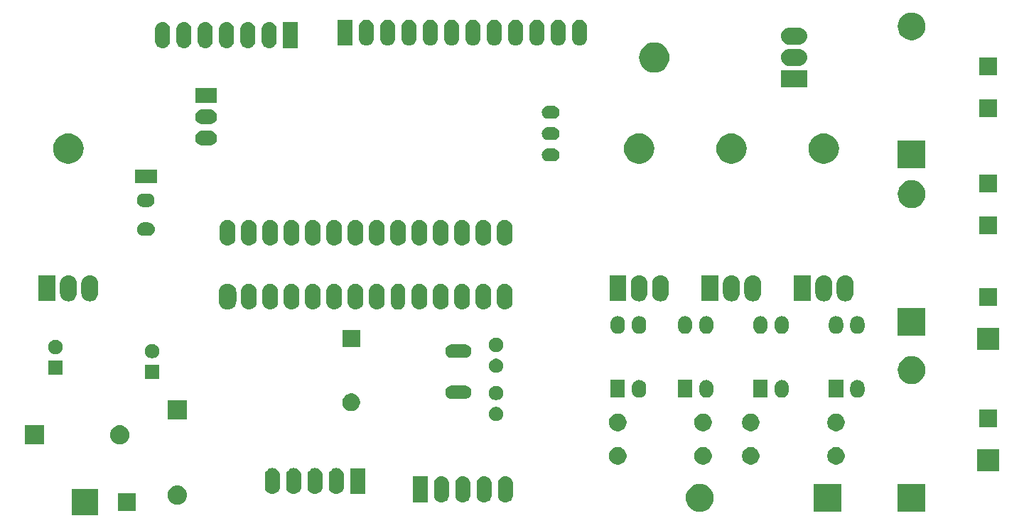
<source format=gbr>
G04 #@! TF.GenerationSoftware,KiCad,Pcbnew,(5.1.4)-1*
G04 #@! TF.CreationDate,2020-07-31T19:04:34-03:00*
G04 #@! TF.ProjectId,INYECTORES,494e5945-4354-44f5-9245-532e6b696361,rev?*
G04 #@! TF.SameCoordinates,Original*
G04 #@! TF.FileFunction,Soldermask,Top*
G04 #@! TF.FilePolarity,Negative*
%FSLAX46Y46*%
G04 Gerber Fmt 4.6, Leading zero omitted, Abs format (unit mm)*
G04 Created by KiCad (PCBNEW (5.1.4)-1) date 2020-07-31 19:04:34*
%MOMM*%
%LPD*%
G04 APERTURE LIST*
%ADD10C,0.100000*%
G04 APERTURE END LIST*
D10*
G36*
X50051000Y-174051000D02*
G01*
X46949000Y-174051000D01*
X46949000Y-170949000D01*
X50051000Y-170949000D01*
X50051000Y-174051000D01*
X50051000Y-174051000D01*
G37*
G36*
X148651000Y-173651000D02*
G01*
X145349000Y-173651000D01*
X145349000Y-170349000D01*
X148651000Y-170349000D01*
X148651000Y-173651000D01*
X148651000Y-173651000D01*
G37*
G36*
X122083651Y-170372888D02*
G01*
X122394870Y-170467296D01*
X122681680Y-170620599D01*
X122681683Y-170620601D01*
X122681684Y-170620602D01*
X122933082Y-170826918D01*
X123139398Y-171078316D01*
X123139401Y-171078320D01*
X123292704Y-171365130D01*
X123292705Y-171365133D01*
X123304125Y-171402779D01*
X123387112Y-171676349D01*
X123418988Y-172000000D01*
X123387112Y-172323651D01*
X123292704Y-172634870D01*
X123139401Y-172921680D01*
X123139399Y-172921683D01*
X123139398Y-172921684D01*
X122933082Y-173173082D01*
X122681684Y-173379398D01*
X122681680Y-173379401D01*
X122394870Y-173532704D01*
X122083651Y-173627112D01*
X121841107Y-173651000D01*
X121678893Y-173651000D01*
X121436349Y-173627112D01*
X121125130Y-173532704D01*
X120838320Y-173379401D01*
X120838316Y-173379398D01*
X120586918Y-173173082D01*
X120380602Y-172921684D01*
X120380601Y-172921683D01*
X120380599Y-172921680D01*
X120227296Y-172634870D01*
X120132888Y-172323651D01*
X120101012Y-172000000D01*
X120132888Y-171676349D01*
X120215875Y-171402779D01*
X120227295Y-171365133D01*
X120227296Y-171365130D01*
X120380599Y-171078320D01*
X120380602Y-171078316D01*
X120586918Y-170826918D01*
X120838316Y-170620602D01*
X120838317Y-170620601D01*
X120838320Y-170620599D01*
X121125130Y-170467296D01*
X121436349Y-170372888D01*
X121678893Y-170349000D01*
X121841107Y-170349000D01*
X122083651Y-170372888D01*
X122083651Y-170372888D01*
G37*
G36*
X138651000Y-173651000D02*
G01*
X135349000Y-173651000D01*
X135349000Y-170349000D01*
X138651000Y-170349000D01*
X138651000Y-173651000D01*
X138651000Y-173651000D01*
G37*
G36*
X54551000Y-173551000D02*
G01*
X52449000Y-173551000D01*
X52449000Y-171449000D01*
X54551000Y-171449000D01*
X54551000Y-173551000D01*
X54551000Y-173551000D01*
G37*
G36*
X59669271Y-170520103D02*
G01*
X59725635Y-170525654D01*
X59942600Y-170591470D01*
X59942602Y-170591471D01*
X60142555Y-170698347D01*
X60317818Y-170842182D01*
X60461653Y-171017445D01*
X60534103Y-171152991D01*
X60568530Y-171217400D01*
X60634346Y-171434365D01*
X60656569Y-171660000D01*
X60634346Y-171885635D01*
X60599654Y-172000000D01*
X60568529Y-172102602D01*
X60461653Y-172302555D01*
X60317818Y-172477818D01*
X60142555Y-172621653D01*
X59942602Y-172728529D01*
X59942600Y-172728530D01*
X59725635Y-172794346D01*
X59669271Y-172799897D01*
X59556545Y-172811000D01*
X59443455Y-172811000D01*
X59330729Y-172799897D01*
X59274365Y-172794346D01*
X59057400Y-172728530D01*
X59057398Y-172728529D01*
X58857445Y-172621653D01*
X58682182Y-172477818D01*
X58538347Y-172302555D01*
X58431471Y-172102602D01*
X58400347Y-172000000D01*
X58365654Y-171885635D01*
X58343431Y-171660000D01*
X58365654Y-171434365D01*
X58431470Y-171217400D01*
X58465897Y-171152991D01*
X58538347Y-171017445D01*
X58682182Y-170842182D01*
X58857445Y-170698347D01*
X59057398Y-170591471D01*
X59057400Y-170591470D01*
X59274365Y-170525654D01*
X59330729Y-170520103D01*
X59443455Y-170509000D01*
X59556545Y-170509000D01*
X59669271Y-170520103D01*
X59669271Y-170520103D01*
G37*
G36*
X98796626Y-169462037D02*
G01*
X98966465Y-169513557D01*
X98966467Y-169513558D01*
X99122989Y-169597221D01*
X99260186Y-169709814D01*
X99343448Y-169811271D01*
X99372778Y-169847009D01*
X99456443Y-170003534D01*
X99507963Y-170173373D01*
X99521000Y-170305742D01*
X99521000Y-171694258D01*
X99507963Y-171826627D01*
X99456443Y-171996466D01*
X99372778Y-172152991D01*
X99343448Y-172188729D01*
X99260186Y-172290186D01*
X99158729Y-172373448D01*
X99122991Y-172402778D01*
X98966466Y-172486443D01*
X98796627Y-172537963D01*
X98620000Y-172555359D01*
X98443374Y-172537963D01*
X98273535Y-172486443D01*
X98117010Y-172402778D01*
X98081272Y-172373448D01*
X97979815Y-172290186D01*
X97896553Y-172188729D01*
X97867223Y-172152991D01*
X97783558Y-171996466D01*
X97732038Y-171826627D01*
X97719001Y-171694258D01*
X97719000Y-170305743D01*
X97732037Y-170173374D01*
X97783557Y-170003535D01*
X97867222Y-169847010D01*
X97867223Y-169847009D01*
X97979814Y-169709814D01*
X98081271Y-169626552D01*
X98117009Y-169597222D01*
X98273534Y-169513557D01*
X98443373Y-169462037D01*
X98620000Y-169444641D01*
X98796626Y-169462037D01*
X98796626Y-169462037D01*
G37*
G36*
X96256626Y-169462037D02*
G01*
X96426465Y-169513557D01*
X96426467Y-169513558D01*
X96582989Y-169597221D01*
X96720186Y-169709814D01*
X96803448Y-169811271D01*
X96832778Y-169847009D01*
X96916443Y-170003534D01*
X96967963Y-170173373D01*
X96981000Y-170305742D01*
X96981000Y-171694258D01*
X96967963Y-171826627D01*
X96916443Y-171996466D01*
X96832778Y-172152991D01*
X96803448Y-172188729D01*
X96720186Y-172290186D01*
X96618729Y-172373448D01*
X96582991Y-172402778D01*
X96426466Y-172486443D01*
X96256627Y-172537963D01*
X96080000Y-172555359D01*
X95903374Y-172537963D01*
X95733535Y-172486443D01*
X95577010Y-172402778D01*
X95541272Y-172373448D01*
X95439815Y-172290186D01*
X95356553Y-172188729D01*
X95327223Y-172152991D01*
X95243558Y-171996466D01*
X95192038Y-171826627D01*
X95179001Y-171694258D01*
X95179000Y-170305743D01*
X95192037Y-170173374D01*
X95243557Y-170003535D01*
X95327222Y-169847010D01*
X95327223Y-169847009D01*
X95439814Y-169709814D01*
X95541271Y-169626552D01*
X95577009Y-169597222D01*
X95733534Y-169513557D01*
X95903373Y-169462037D01*
X96080000Y-169444641D01*
X96256626Y-169462037D01*
X96256626Y-169462037D01*
G37*
G36*
X91176626Y-169462037D02*
G01*
X91346465Y-169513557D01*
X91346467Y-169513558D01*
X91502989Y-169597221D01*
X91640186Y-169709814D01*
X91723448Y-169811271D01*
X91752778Y-169847009D01*
X91836443Y-170003534D01*
X91887963Y-170173373D01*
X91901000Y-170305742D01*
X91901000Y-171694258D01*
X91887963Y-171826627D01*
X91836443Y-171996466D01*
X91752778Y-172152991D01*
X91723448Y-172188729D01*
X91640186Y-172290186D01*
X91538729Y-172373448D01*
X91502991Y-172402778D01*
X91346466Y-172486443D01*
X91176627Y-172537963D01*
X91000000Y-172555359D01*
X90823374Y-172537963D01*
X90653535Y-172486443D01*
X90497010Y-172402778D01*
X90461272Y-172373448D01*
X90359815Y-172290186D01*
X90276553Y-172188729D01*
X90247223Y-172152991D01*
X90163558Y-171996466D01*
X90112038Y-171826627D01*
X90099001Y-171694258D01*
X90099000Y-170305743D01*
X90112037Y-170173374D01*
X90163557Y-170003535D01*
X90247222Y-169847010D01*
X90247223Y-169847009D01*
X90359814Y-169709814D01*
X90461271Y-169626552D01*
X90497009Y-169597222D01*
X90653534Y-169513557D01*
X90823373Y-169462037D01*
X91000000Y-169444641D01*
X91176626Y-169462037D01*
X91176626Y-169462037D01*
G37*
G36*
X93716626Y-169462037D02*
G01*
X93886465Y-169513557D01*
X93886467Y-169513558D01*
X94042989Y-169597221D01*
X94180186Y-169709814D01*
X94263448Y-169811271D01*
X94292778Y-169847009D01*
X94376443Y-170003534D01*
X94427963Y-170173373D01*
X94441000Y-170305742D01*
X94441000Y-171694258D01*
X94427963Y-171826627D01*
X94376443Y-171996466D01*
X94292778Y-172152991D01*
X94263448Y-172188729D01*
X94180186Y-172290186D01*
X94078729Y-172373448D01*
X94042991Y-172402778D01*
X93886466Y-172486443D01*
X93716627Y-172537963D01*
X93540000Y-172555359D01*
X93363374Y-172537963D01*
X93193535Y-172486443D01*
X93037010Y-172402778D01*
X93001272Y-172373448D01*
X92899815Y-172290186D01*
X92816553Y-172188729D01*
X92787223Y-172152991D01*
X92703558Y-171996466D01*
X92652038Y-171826627D01*
X92639001Y-171694258D01*
X92639000Y-170305743D01*
X92652037Y-170173374D01*
X92703557Y-170003535D01*
X92787222Y-169847010D01*
X92787223Y-169847009D01*
X92899814Y-169709814D01*
X93001271Y-169626552D01*
X93037009Y-169597222D01*
X93193534Y-169513557D01*
X93363373Y-169462037D01*
X93540000Y-169444641D01*
X93716626Y-169462037D01*
X93716626Y-169462037D01*
G37*
G36*
X89361000Y-172551000D02*
G01*
X87559000Y-172551000D01*
X87559000Y-169449000D01*
X89361000Y-169449000D01*
X89361000Y-172551000D01*
X89361000Y-172551000D01*
G37*
G36*
X71016627Y-168462037D02*
G01*
X71186466Y-168513557D01*
X71342991Y-168597222D01*
X71378729Y-168626552D01*
X71480186Y-168709814D01*
X71555019Y-168801000D01*
X71592778Y-168847009D01*
X71676443Y-169003534D01*
X71727963Y-169173373D01*
X71741000Y-169305742D01*
X71741000Y-170694258D01*
X71727963Y-170826627D01*
X71676443Y-170996466D01*
X71592778Y-171152991D01*
X71563448Y-171188729D01*
X71480186Y-171290186D01*
X71342989Y-171402779D01*
X71186467Y-171486442D01*
X71186465Y-171486443D01*
X71016626Y-171537963D01*
X70840000Y-171555359D01*
X70663373Y-171537963D01*
X70493534Y-171486443D01*
X70337009Y-171402778D01*
X70291135Y-171365130D01*
X70199814Y-171290186D01*
X70087221Y-171152989D01*
X70003558Y-170996467D01*
X69952126Y-170826918D01*
X69952037Y-170826626D01*
X69939000Y-170694257D01*
X69939001Y-169305742D01*
X69952038Y-169173373D01*
X70003558Y-169003534D01*
X70087223Y-168847009D01*
X70124982Y-168801000D01*
X70199815Y-168709814D01*
X70301272Y-168626552D01*
X70337010Y-168597222D01*
X70493535Y-168513557D01*
X70663374Y-168462037D01*
X70840000Y-168444641D01*
X71016627Y-168462037D01*
X71016627Y-168462037D01*
G37*
G36*
X73556627Y-168462037D02*
G01*
X73726466Y-168513557D01*
X73882991Y-168597222D01*
X73918729Y-168626552D01*
X74020186Y-168709814D01*
X74095019Y-168801000D01*
X74132778Y-168847009D01*
X74216443Y-169003534D01*
X74267963Y-169173373D01*
X74281000Y-169305742D01*
X74281000Y-170694258D01*
X74267963Y-170826627D01*
X74216443Y-170996466D01*
X74132778Y-171152991D01*
X74103448Y-171188729D01*
X74020186Y-171290186D01*
X73882989Y-171402779D01*
X73726467Y-171486442D01*
X73726465Y-171486443D01*
X73556626Y-171537963D01*
X73380000Y-171555359D01*
X73203373Y-171537963D01*
X73033534Y-171486443D01*
X72877009Y-171402778D01*
X72831135Y-171365130D01*
X72739814Y-171290186D01*
X72627221Y-171152989D01*
X72543558Y-170996467D01*
X72492126Y-170826918D01*
X72492037Y-170826626D01*
X72479000Y-170694257D01*
X72479001Y-169305742D01*
X72492038Y-169173373D01*
X72543558Y-169003534D01*
X72627223Y-168847009D01*
X72664982Y-168801000D01*
X72739815Y-168709814D01*
X72841272Y-168626552D01*
X72877010Y-168597222D01*
X73033535Y-168513557D01*
X73203374Y-168462037D01*
X73380000Y-168444641D01*
X73556627Y-168462037D01*
X73556627Y-168462037D01*
G37*
G36*
X76096627Y-168462037D02*
G01*
X76266466Y-168513557D01*
X76422991Y-168597222D01*
X76458729Y-168626552D01*
X76560186Y-168709814D01*
X76635019Y-168801000D01*
X76672778Y-168847009D01*
X76756443Y-169003534D01*
X76807963Y-169173373D01*
X76821000Y-169305742D01*
X76821000Y-170694258D01*
X76807963Y-170826627D01*
X76756443Y-170996466D01*
X76672778Y-171152991D01*
X76643448Y-171188729D01*
X76560186Y-171290186D01*
X76422989Y-171402779D01*
X76266467Y-171486442D01*
X76266465Y-171486443D01*
X76096626Y-171537963D01*
X75920000Y-171555359D01*
X75743373Y-171537963D01*
X75573534Y-171486443D01*
X75417009Y-171402778D01*
X75371135Y-171365130D01*
X75279814Y-171290186D01*
X75167221Y-171152989D01*
X75083558Y-170996467D01*
X75032126Y-170826918D01*
X75032037Y-170826626D01*
X75019000Y-170694257D01*
X75019001Y-169305742D01*
X75032038Y-169173373D01*
X75083558Y-169003534D01*
X75167223Y-168847009D01*
X75204982Y-168801000D01*
X75279815Y-168709814D01*
X75381272Y-168626552D01*
X75417010Y-168597222D01*
X75573535Y-168513557D01*
X75743374Y-168462037D01*
X75920000Y-168444641D01*
X76096627Y-168462037D01*
X76096627Y-168462037D01*
G37*
G36*
X78636627Y-168462037D02*
G01*
X78806466Y-168513557D01*
X78962991Y-168597222D01*
X78998729Y-168626552D01*
X79100186Y-168709814D01*
X79175019Y-168801000D01*
X79212778Y-168847009D01*
X79296443Y-169003534D01*
X79347963Y-169173373D01*
X79361000Y-169305742D01*
X79361000Y-170694258D01*
X79347963Y-170826627D01*
X79296443Y-170996466D01*
X79212778Y-171152991D01*
X79183448Y-171188729D01*
X79100186Y-171290186D01*
X78962989Y-171402779D01*
X78806467Y-171486442D01*
X78806465Y-171486443D01*
X78636626Y-171537963D01*
X78460000Y-171555359D01*
X78283373Y-171537963D01*
X78113534Y-171486443D01*
X77957009Y-171402778D01*
X77911135Y-171365130D01*
X77819814Y-171290186D01*
X77707221Y-171152989D01*
X77623558Y-170996467D01*
X77572126Y-170826918D01*
X77572037Y-170826626D01*
X77559000Y-170694257D01*
X77559001Y-169305742D01*
X77572038Y-169173373D01*
X77623558Y-169003534D01*
X77707223Y-168847009D01*
X77744982Y-168801000D01*
X77819815Y-168709814D01*
X77921272Y-168626552D01*
X77957010Y-168597222D01*
X78113535Y-168513557D01*
X78283374Y-168462037D01*
X78460000Y-168444641D01*
X78636627Y-168462037D01*
X78636627Y-168462037D01*
G37*
G36*
X81901000Y-171551000D02*
G01*
X80099000Y-171551000D01*
X80099000Y-168449000D01*
X81901000Y-168449000D01*
X81901000Y-171551000D01*
X81901000Y-171551000D01*
G37*
G36*
X157451000Y-168801000D02*
G01*
X154849000Y-168801000D01*
X154849000Y-166199000D01*
X157451000Y-166199000D01*
X157451000Y-168801000D01*
X157451000Y-168801000D01*
G37*
G36*
X128146564Y-165989389D02*
G01*
X128337833Y-166068615D01*
X128337835Y-166068616D01*
X128509973Y-166183635D01*
X128656365Y-166330027D01*
X128771385Y-166502167D01*
X128850611Y-166693436D01*
X128891000Y-166896484D01*
X128891000Y-167103516D01*
X128850611Y-167306564D01*
X128771385Y-167497833D01*
X128771384Y-167497835D01*
X128656365Y-167669973D01*
X128509973Y-167816365D01*
X128337835Y-167931384D01*
X128337834Y-167931385D01*
X128337833Y-167931385D01*
X128146564Y-168010611D01*
X127943516Y-168051000D01*
X127736484Y-168051000D01*
X127533436Y-168010611D01*
X127342167Y-167931385D01*
X127342166Y-167931385D01*
X127342165Y-167931384D01*
X127170027Y-167816365D01*
X127023635Y-167669973D01*
X126908616Y-167497835D01*
X126908615Y-167497833D01*
X126829389Y-167306564D01*
X126789000Y-167103516D01*
X126789000Y-166896484D01*
X126829389Y-166693436D01*
X126908615Y-166502167D01*
X127023635Y-166330027D01*
X127170027Y-166183635D01*
X127342165Y-166068616D01*
X127342167Y-166068615D01*
X127533436Y-165989389D01*
X127736484Y-165949000D01*
X127943516Y-165949000D01*
X128146564Y-165989389D01*
X128146564Y-165989389D01*
G37*
G36*
X112306564Y-165989389D02*
G01*
X112497833Y-166068615D01*
X112497835Y-166068616D01*
X112669973Y-166183635D01*
X112816365Y-166330027D01*
X112931385Y-166502167D01*
X113010611Y-166693436D01*
X113051000Y-166896484D01*
X113051000Y-167103516D01*
X113010611Y-167306564D01*
X112931385Y-167497833D01*
X112931384Y-167497835D01*
X112816365Y-167669973D01*
X112669973Y-167816365D01*
X112497835Y-167931384D01*
X112497834Y-167931385D01*
X112497833Y-167931385D01*
X112306564Y-168010611D01*
X112103516Y-168051000D01*
X111896484Y-168051000D01*
X111693436Y-168010611D01*
X111502167Y-167931385D01*
X111502166Y-167931385D01*
X111502165Y-167931384D01*
X111330027Y-167816365D01*
X111183635Y-167669973D01*
X111068616Y-167497835D01*
X111068615Y-167497833D01*
X110989389Y-167306564D01*
X110949000Y-167103516D01*
X110949000Y-166896484D01*
X110989389Y-166693436D01*
X111068615Y-166502167D01*
X111183635Y-166330027D01*
X111330027Y-166183635D01*
X111502165Y-166068616D01*
X111502167Y-166068615D01*
X111693436Y-165989389D01*
X111896484Y-165949000D01*
X112103516Y-165949000D01*
X112306564Y-165989389D01*
X112306564Y-165989389D01*
G37*
G36*
X122466564Y-165989389D02*
G01*
X122657833Y-166068615D01*
X122657835Y-166068616D01*
X122829973Y-166183635D01*
X122976365Y-166330027D01*
X123091385Y-166502167D01*
X123170611Y-166693436D01*
X123211000Y-166896484D01*
X123211000Y-167103516D01*
X123170611Y-167306564D01*
X123091385Y-167497833D01*
X123091384Y-167497835D01*
X122976365Y-167669973D01*
X122829973Y-167816365D01*
X122657835Y-167931384D01*
X122657834Y-167931385D01*
X122657833Y-167931385D01*
X122466564Y-168010611D01*
X122263516Y-168051000D01*
X122056484Y-168051000D01*
X121853436Y-168010611D01*
X121662167Y-167931385D01*
X121662166Y-167931385D01*
X121662165Y-167931384D01*
X121490027Y-167816365D01*
X121343635Y-167669973D01*
X121228616Y-167497835D01*
X121228615Y-167497833D01*
X121149389Y-167306564D01*
X121109000Y-167103516D01*
X121109000Y-166896484D01*
X121149389Y-166693436D01*
X121228615Y-166502167D01*
X121343635Y-166330027D01*
X121490027Y-166183635D01*
X121662165Y-166068616D01*
X121662167Y-166068615D01*
X121853436Y-165989389D01*
X122056484Y-165949000D01*
X122263516Y-165949000D01*
X122466564Y-165989389D01*
X122466564Y-165989389D01*
G37*
G36*
X138306564Y-165989389D02*
G01*
X138497833Y-166068615D01*
X138497835Y-166068616D01*
X138669973Y-166183635D01*
X138816365Y-166330027D01*
X138931385Y-166502167D01*
X139010611Y-166693436D01*
X139051000Y-166896484D01*
X139051000Y-167103516D01*
X139010611Y-167306564D01*
X138931385Y-167497833D01*
X138931384Y-167497835D01*
X138816365Y-167669973D01*
X138669973Y-167816365D01*
X138497835Y-167931384D01*
X138497834Y-167931385D01*
X138497833Y-167931385D01*
X138306564Y-168010611D01*
X138103516Y-168051000D01*
X137896484Y-168051000D01*
X137693436Y-168010611D01*
X137502167Y-167931385D01*
X137502166Y-167931385D01*
X137502165Y-167931384D01*
X137330027Y-167816365D01*
X137183635Y-167669973D01*
X137068616Y-167497835D01*
X137068615Y-167497833D01*
X136989389Y-167306564D01*
X136949000Y-167103516D01*
X136949000Y-166896484D01*
X136989389Y-166693436D01*
X137068615Y-166502167D01*
X137183635Y-166330027D01*
X137330027Y-166183635D01*
X137502165Y-166068616D01*
X137502167Y-166068615D01*
X137693436Y-165989389D01*
X137896484Y-165949000D01*
X138103516Y-165949000D01*
X138306564Y-165989389D01*
X138306564Y-165989389D01*
G37*
G36*
X43651000Y-165651000D02*
G01*
X41349000Y-165651000D01*
X41349000Y-163349000D01*
X43651000Y-163349000D01*
X43651000Y-165651000D01*
X43651000Y-165651000D01*
G37*
G36*
X52829271Y-163360103D02*
G01*
X52885635Y-163365654D01*
X53102600Y-163431470D01*
X53102602Y-163431471D01*
X53302555Y-163538347D01*
X53477818Y-163682182D01*
X53621653Y-163857445D01*
X53728529Y-164057398D01*
X53794346Y-164274366D01*
X53816569Y-164500000D01*
X53794346Y-164725634D01*
X53728529Y-164942602D01*
X53621653Y-165142555D01*
X53477818Y-165317818D01*
X53302555Y-165461653D01*
X53102602Y-165568529D01*
X53102600Y-165568530D01*
X52885635Y-165634346D01*
X52829271Y-165639897D01*
X52716545Y-165651000D01*
X52603455Y-165651000D01*
X52490729Y-165639897D01*
X52434365Y-165634346D01*
X52217400Y-165568530D01*
X52217398Y-165568529D01*
X52017445Y-165461653D01*
X51842182Y-165317818D01*
X51698347Y-165142555D01*
X51591471Y-164942602D01*
X51525654Y-164725634D01*
X51503431Y-164500000D01*
X51525654Y-164274366D01*
X51591471Y-164057398D01*
X51698347Y-163857445D01*
X51842182Y-163682182D01*
X52017445Y-163538347D01*
X52217398Y-163431471D01*
X52217400Y-163431470D01*
X52434365Y-163365654D01*
X52490729Y-163360103D01*
X52603455Y-163349000D01*
X52716545Y-163349000D01*
X52829271Y-163360103D01*
X52829271Y-163360103D01*
G37*
G36*
X112306564Y-161989389D02*
G01*
X112497833Y-162068615D01*
X112497835Y-162068616D01*
X112520583Y-162083816D01*
X112669973Y-162183635D01*
X112816365Y-162330027D01*
X112931385Y-162502167D01*
X113010611Y-162693436D01*
X113051000Y-162896484D01*
X113051000Y-163103516D01*
X113010611Y-163306564D01*
X112993033Y-163349000D01*
X112931384Y-163497835D01*
X112816365Y-163669973D01*
X112669973Y-163816365D01*
X112497835Y-163931384D01*
X112497834Y-163931385D01*
X112497833Y-163931385D01*
X112306564Y-164010611D01*
X112103516Y-164051000D01*
X111896484Y-164051000D01*
X111693436Y-164010611D01*
X111502167Y-163931385D01*
X111502166Y-163931385D01*
X111502165Y-163931384D01*
X111330027Y-163816365D01*
X111183635Y-163669973D01*
X111068616Y-163497835D01*
X111006967Y-163349000D01*
X110989389Y-163306564D01*
X110949000Y-163103516D01*
X110949000Y-162896484D01*
X110989389Y-162693436D01*
X111068615Y-162502167D01*
X111183635Y-162330027D01*
X111330027Y-162183635D01*
X111479417Y-162083816D01*
X111502165Y-162068616D01*
X111502167Y-162068615D01*
X111693436Y-161989389D01*
X111896484Y-161949000D01*
X112103516Y-161949000D01*
X112306564Y-161989389D01*
X112306564Y-161989389D01*
G37*
G36*
X128146564Y-161989389D02*
G01*
X128337833Y-162068615D01*
X128337835Y-162068616D01*
X128360583Y-162083816D01*
X128509973Y-162183635D01*
X128656365Y-162330027D01*
X128771385Y-162502167D01*
X128850611Y-162693436D01*
X128891000Y-162896484D01*
X128891000Y-163103516D01*
X128850611Y-163306564D01*
X128833033Y-163349000D01*
X128771384Y-163497835D01*
X128656365Y-163669973D01*
X128509973Y-163816365D01*
X128337835Y-163931384D01*
X128337834Y-163931385D01*
X128337833Y-163931385D01*
X128146564Y-164010611D01*
X127943516Y-164051000D01*
X127736484Y-164051000D01*
X127533436Y-164010611D01*
X127342167Y-163931385D01*
X127342166Y-163931385D01*
X127342165Y-163931384D01*
X127170027Y-163816365D01*
X127023635Y-163669973D01*
X126908616Y-163497835D01*
X126846967Y-163349000D01*
X126829389Y-163306564D01*
X126789000Y-163103516D01*
X126789000Y-162896484D01*
X126829389Y-162693436D01*
X126908615Y-162502167D01*
X127023635Y-162330027D01*
X127170027Y-162183635D01*
X127319417Y-162083816D01*
X127342165Y-162068616D01*
X127342167Y-162068615D01*
X127533436Y-161989389D01*
X127736484Y-161949000D01*
X127943516Y-161949000D01*
X128146564Y-161989389D01*
X128146564Y-161989389D01*
G37*
G36*
X138306564Y-161989389D02*
G01*
X138497833Y-162068615D01*
X138497835Y-162068616D01*
X138520583Y-162083816D01*
X138669973Y-162183635D01*
X138816365Y-162330027D01*
X138931385Y-162502167D01*
X139010611Y-162693436D01*
X139051000Y-162896484D01*
X139051000Y-163103516D01*
X139010611Y-163306564D01*
X138993033Y-163349000D01*
X138931384Y-163497835D01*
X138816365Y-163669973D01*
X138669973Y-163816365D01*
X138497835Y-163931384D01*
X138497834Y-163931385D01*
X138497833Y-163931385D01*
X138306564Y-164010611D01*
X138103516Y-164051000D01*
X137896484Y-164051000D01*
X137693436Y-164010611D01*
X137502167Y-163931385D01*
X137502166Y-163931385D01*
X137502165Y-163931384D01*
X137330027Y-163816365D01*
X137183635Y-163669973D01*
X137068616Y-163497835D01*
X137006967Y-163349000D01*
X136989389Y-163306564D01*
X136949000Y-163103516D01*
X136949000Y-162896484D01*
X136989389Y-162693436D01*
X137068615Y-162502167D01*
X137183635Y-162330027D01*
X137330027Y-162183635D01*
X137479417Y-162083816D01*
X137502165Y-162068616D01*
X137502167Y-162068615D01*
X137693436Y-161989389D01*
X137896484Y-161949000D01*
X138103516Y-161949000D01*
X138306564Y-161989389D01*
X138306564Y-161989389D01*
G37*
G36*
X122466564Y-161989389D02*
G01*
X122657833Y-162068615D01*
X122657835Y-162068616D01*
X122680583Y-162083816D01*
X122829973Y-162183635D01*
X122976365Y-162330027D01*
X123091385Y-162502167D01*
X123170611Y-162693436D01*
X123211000Y-162896484D01*
X123211000Y-163103516D01*
X123170611Y-163306564D01*
X123153033Y-163349000D01*
X123091384Y-163497835D01*
X122976365Y-163669973D01*
X122829973Y-163816365D01*
X122657835Y-163931384D01*
X122657834Y-163931385D01*
X122657833Y-163931385D01*
X122466564Y-164010611D01*
X122263516Y-164051000D01*
X122056484Y-164051000D01*
X121853436Y-164010611D01*
X121662167Y-163931385D01*
X121662166Y-163931385D01*
X121662165Y-163931384D01*
X121490027Y-163816365D01*
X121343635Y-163669973D01*
X121228616Y-163497835D01*
X121166967Y-163349000D01*
X121149389Y-163306564D01*
X121109000Y-163103516D01*
X121109000Y-162896484D01*
X121149389Y-162693436D01*
X121228615Y-162502167D01*
X121343635Y-162330027D01*
X121490027Y-162183635D01*
X121639417Y-162083816D01*
X121662165Y-162068616D01*
X121662167Y-162068615D01*
X121853436Y-161989389D01*
X122056484Y-161949000D01*
X122263516Y-161949000D01*
X122466564Y-161989389D01*
X122466564Y-161989389D01*
G37*
G36*
X157201000Y-163551000D02*
G01*
X155099000Y-163551000D01*
X155099000Y-161449000D01*
X157201000Y-161449000D01*
X157201000Y-163551000D01*
X157201000Y-163551000D01*
G37*
G36*
X97748228Y-161181703D02*
G01*
X97903100Y-161245853D01*
X98042481Y-161338985D01*
X98161015Y-161457519D01*
X98254147Y-161596900D01*
X98318297Y-161751772D01*
X98351000Y-161916184D01*
X98351000Y-162083816D01*
X98318297Y-162248228D01*
X98254147Y-162403100D01*
X98161015Y-162542481D01*
X98042481Y-162661015D01*
X97903100Y-162754147D01*
X97748228Y-162818297D01*
X97583816Y-162851000D01*
X97416184Y-162851000D01*
X97251772Y-162818297D01*
X97096900Y-162754147D01*
X96957519Y-162661015D01*
X96838985Y-162542481D01*
X96745853Y-162403100D01*
X96681703Y-162248228D01*
X96649000Y-162083816D01*
X96649000Y-161916184D01*
X96681703Y-161751772D01*
X96745853Y-161596900D01*
X96838985Y-161457519D01*
X96957519Y-161338985D01*
X97096900Y-161245853D01*
X97251772Y-161181703D01*
X97416184Y-161149000D01*
X97583816Y-161149000D01*
X97748228Y-161181703D01*
X97748228Y-161181703D01*
G37*
G36*
X60651000Y-162651000D02*
G01*
X58349000Y-162651000D01*
X58349000Y-160349000D01*
X60651000Y-160349000D01*
X60651000Y-162651000D01*
X60651000Y-162651000D01*
G37*
G36*
X80556564Y-159589389D02*
G01*
X80747833Y-159668615D01*
X80747835Y-159668616D01*
X80919973Y-159783635D01*
X81066365Y-159930027D01*
X81149948Y-160055117D01*
X81181385Y-160102167D01*
X81260611Y-160293436D01*
X81301000Y-160496484D01*
X81301000Y-160703516D01*
X81260611Y-160906564D01*
X81181385Y-161097833D01*
X81181384Y-161097835D01*
X81066365Y-161269973D01*
X80919973Y-161416365D01*
X80747835Y-161531384D01*
X80747834Y-161531385D01*
X80747833Y-161531385D01*
X80556564Y-161610611D01*
X80353516Y-161651000D01*
X80146484Y-161651000D01*
X79943436Y-161610611D01*
X79752167Y-161531385D01*
X79752166Y-161531385D01*
X79752165Y-161531384D01*
X79580027Y-161416365D01*
X79433635Y-161269973D01*
X79318616Y-161097835D01*
X79318615Y-161097833D01*
X79239389Y-160906564D01*
X79199000Y-160703516D01*
X79199000Y-160496484D01*
X79239389Y-160293436D01*
X79318615Y-160102167D01*
X79350053Y-160055117D01*
X79433635Y-159930027D01*
X79580027Y-159783635D01*
X79752165Y-159668616D01*
X79752167Y-159668615D01*
X79943436Y-159589389D01*
X80146484Y-159549000D01*
X80353516Y-159549000D01*
X80556564Y-159589389D01*
X80556564Y-159589389D01*
G37*
G36*
X97748228Y-158681703D02*
G01*
X97903100Y-158745853D01*
X98042481Y-158838985D01*
X98161015Y-158957519D01*
X98254147Y-159096900D01*
X98318297Y-159251772D01*
X98351000Y-159416184D01*
X98351000Y-159583816D01*
X98318297Y-159748228D01*
X98254147Y-159903100D01*
X98161015Y-160042481D01*
X98042481Y-160161015D01*
X97903100Y-160254147D01*
X97748228Y-160318297D01*
X97583816Y-160351000D01*
X97416184Y-160351000D01*
X97251772Y-160318297D01*
X97096900Y-160254147D01*
X96957519Y-160161015D01*
X96838985Y-160042481D01*
X96745853Y-159903100D01*
X96681703Y-159748228D01*
X96649000Y-159583816D01*
X96649000Y-159416184D01*
X96681703Y-159251772D01*
X96745853Y-159096900D01*
X96838985Y-158957519D01*
X96957519Y-158838985D01*
X97096900Y-158745853D01*
X97251772Y-158681703D01*
X97416184Y-158649000D01*
X97583816Y-158649000D01*
X97748228Y-158681703D01*
X97748228Y-158681703D01*
G37*
G36*
X93828571Y-158602863D02*
G01*
X93907023Y-158610590D01*
X94007682Y-158641125D01*
X94058013Y-158656392D01*
X94197165Y-158730771D01*
X94319133Y-158830867D01*
X94419229Y-158952835D01*
X94493608Y-159091987D01*
X94493608Y-159091988D01*
X94539410Y-159242977D01*
X94554875Y-159400000D01*
X94539410Y-159557023D01*
X94508875Y-159657682D01*
X94493608Y-159708013D01*
X94419229Y-159847165D01*
X94319133Y-159969133D01*
X94197165Y-160069229D01*
X94058013Y-160143608D01*
X94007682Y-160158875D01*
X93907023Y-160189410D01*
X93828571Y-160197137D01*
X93789346Y-160201000D01*
X92210654Y-160201000D01*
X92171429Y-160197137D01*
X92092977Y-160189410D01*
X91992318Y-160158875D01*
X91941987Y-160143608D01*
X91802835Y-160069229D01*
X91680867Y-159969133D01*
X91580771Y-159847165D01*
X91506392Y-159708013D01*
X91491125Y-159657682D01*
X91460590Y-159557023D01*
X91445125Y-159400000D01*
X91460590Y-159242977D01*
X91506392Y-159091988D01*
X91506392Y-159091987D01*
X91580771Y-158952835D01*
X91680867Y-158830867D01*
X91802835Y-158730771D01*
X91941987Y-158656392D01*
X91992318Y-158641125D01*
X92092977Y-158610590D01*
X92171429Y-158602863D01*
X92210654Y-158599000D01*
X93789346Y-158599000D01*
X93828571Y-158602863D01*
X93828571Y-158602863D01*
G37*
G36*
X140706822Y-157961313D02*
G01*
X140867241Y-158009976D01*
X141015077Y-158088995D01*
X141076496Y-158139401D01*
X141144659Y-158195341D01*
X141251004Y-158324922D01*
X141251005Y-158324924D01*
X141330024Y-158472758D01*
X141378687Y-158633177D01*
X141391000Y-158758196D01*
X141391000Y-159241803D01*
X141378687Y-159366822D01*
X141330024Y-159527242D01*
X141296805Y-159589390D01*
X141251004Y-159675078D01*
X141144659Y-159804659D01*
X141015078Y-159911004D01*
X141015076Y-159911005D01*
X140867242Y-159990024D01*
X140706823Y-160038687D01*
X140540000Y-160055117D01*
X140373178Y-160038687D01*
X140212759Y-159990024D01*
X140064925Y-159911005D01*
X140064923Y-159911004D01*
X139935342Y-159804659D01*
X139828996Y-159675078D01*
X139783195Y-159589390D01*
X139749976Y-159527242D01*
X139701313Y-159366823D01*
X139689000Y-159241804D01*
X139689000Y-158758197D01*
X139701313Y-158633178D01*
X139749976Y-158472759D01*
X139828995Y-158324923D01*
X139935341Y-158195341D01*
X140003504Y-158139401D01*
X140064922Y-158088996D01*
X140080094Y-158080886D01*
X140212758Y-158009976D01*
X140373177Y-157961313D01*
X140540000Y-157944883D01*
X140706822Y-157961313D01*
X140706822Y-157961313D01*
G37*
G36*
X122706822Y-157961313D02*
G01*
X122867241Y-158009976D01*
X123015077Y-158088995D01*
X123076496Y-158139401D01*
X123144659Y-158195341D01*
X123251004Y-158324922D01*
X123251005Y-158324924D01*
X123330024Y-158472758D01*
X123378687Y-158633177D01*
X123391000Y-158758196D01*
X123391000Y-159241803D01*
X123378687Y-159366822D01*
X123330024Y-159527242D01*
X123296805Y-159589390D01*
X123251004Y-159675078D01*
X123144659Y-159804659D01*
X123015078Y-159911004D01*
X123015076Y-159911005D01*
X122867242Y-159990024D01*
X122706823Y-160038687D01*
X122540000Y-160055117D01*
X122373178Y-160038687D01*
X122212759Y-159990024D01*
X122064925Y-159911005D01*
X122064923Y-159911004D01*
X121935342Y-159804659D01*
X121828996Y-159675078D01*
X121783195Y-159589390D01*
X121749976Y-159527242D01*
X121701313Y-159366823D01*
X121689000Y-159241804D01*
X121689000Y-158758197D01*
X121701313Y-158633178D01*
X121749976Y-158472759D01*
X121828995Y-158324923D01*
X121935341Y-158195341D01*
X122003504Y-158139401D01*
X122064922Y-158088996D01*
X122080094Y-158080886D01*
X122212758Y-158009976D01*
X122373177Y-157961313D01*
X122540000Y-157944883D01*
X122706822Y-157961313D01*
X122706822Y-157961313D01*
G37*
G36*
X131706822Y-157961313D02*
G01*
X131867241Y-158009976D01*
X132015077Y-158088995D01*
X132076496Y-158139401D01*
X132144659Y-158195341D01*
X132251004Y-158324922D01*
X132251005Y-158324924D01*
X132330024Y-158472758D01*
X132378687Y-158633177D01*
X132391000Y-158758196D01*
X132391000Y-159241803D01*
X132378687Y-159366822D01*
X132330024Y-159527242D01*
X132296805Y-159589390D01*
X132251004Y-159675078D01*
X132144659Y-159804659D01*
X132015078Y-159911004D01*
X132015076Y-159911005D01*
X131867242Y-159990024D01*
X131706823Y-160038687D01*
X131540000Y-160055117D01*
X131373178Y-160038687D01*
X131212759Y-159990024D01*
X131064925Y-159911005D01*
X131064923Y-159911004D01*
X130935342Y-159804659D01*
X130828996Y-159675078D01*
X130783195Y-159589390D01*
X130749976Y-159527242D01*
X130701313Y-159366823D01*
X130689000Y-159241804D01*
X130689000Y-158758197D01*
X130701313Y-158633178D01*
X130749976Y-158472759D01*
X130828995Y-158324923D01*
X130935341Y-158195341D01*
X131003504Y-158139401D01*
X131064922Y-158088996D01*
X131080094Y-158080886D01*
X131212758Y-158009976D01*
X131373177Y-157961313D01*
X131540000Y-157944883D01*
X131706822Y-157961313D01*
X131706822Y-157961313D01*
G37*
G36*
X114706822Y-157961313D02*
G01*
X114867241Y-158009976D01*
X115015077Y-158088995D01*
X115076496Y-158139401D01*
X115144659Y-158195341D01*
X115251004Y-158324922D01*
X115251005Y-158324924D01*
X115330024Y-158472758D01*
X115378687Y-158633177D01*
X115391000Y-158758196D01*
X115391000Y-159241803D01*
X115378687Y-159366822D01*
X115330024Y-159527242D01*
X115296805Y-159589390D01*
X115251004Y-159675078D01*
X115144659Y-159804659D01*
X115015078Y-159911004D01*
X115015076Y-159911005D01*
X114867242Y-159990024D01*
X114706823Y-160038687D01*
X114540000Y-160055117D01*
X114373178Y-160038687D01*
X114212759Y-159990024D01*
X114064925Y-159911005D01*
X114064923Y-159911004D01*
X113935342Y-159804659D01*
X113828996Y-159675078D01*
X113783195Y-159589390D01*
X113749976Y-159527242D01*
X113701313Y-159366823D01*
X113689000Y-159241804D01*
X113689000Y-158758197D01*
X113701313Y-158633178D01*
X113749976Y-158472759D01*
X113828995Y-158324923D01*
X113935341Y-158195341D01*
X114003504Y-158139401D01*
X114064922Y-158088996D01*
X114080094Y-158080886D01*
X114212758Y-158009976D01*
X114373177Y-157961313D01*
X114540000Y-157944883D01*
X114706822Y-157961313D01*
X114706822Y-157961313D01*
G37*
G36*
X138851000Y-160051000D02*
G01*
X137149000Y-160051000D01*
X137149000Y-157949000D01*
X138851000Y-157949000D01*
X138851000Y-160051000D01*
X138851000Y-160051000D01*
G37*
G36*
X129851000Y-160051000D02*
G01*
X128149000Y-160051000D01*
X128149000Y-157949000D01*
X129851000Y-157949000D01*
X129851000Y-160051000D01*
X129851000Y-160051000D01*
G37*
G36*
X112851000Y-160051000D02*
G01*
X111149000Y-160051000D01*
X111149000Y-157949000D01*
X112851000Y-157949000D01*
X112851000Y-160051000D01*
X112851000Y-160051000D01*
G37*
G36*
X120851000Y-160051000D02*
G01*
X119149000Y-160051000D01*
X119149000Y-157949000D01*
X120851000Y-157949000D01*
X120851000Y-160051000D01*
X120851000Y-160051000D01*
G37*
G36*
X147323651Y-155132888D02*
G01*
X147634870Y-155227296D01*
X147921680Y-155380599D01*
X147921683Y-155380601D01*
X147921684Y-155380602D01*
X148173082Y-155586918D01*
X148379398Y-155838316D01*
X148379401Y-155838320D01*
X148532704Y-156125130D01*
X148627112Y-156436349D01*
X148658988Y-156760000D01*
X148627112Y-157083651D01*
X148532704Y-157394870D01*
X148379401Y-157681680D01*
X148379399Y-157681683D01*
X148379398Y-157681684D01*
X148173082Y-157933082D01*
X147983099Y-158088996D01*
X147921680Y-158139401D01*
X147634870Y-158292704D01*
X147323651Y-158387112D01*
X147081107Y-158411000D01*
X146918893Y-158411000D01*
X146676349Y-158387112D01*
X146365130Y-158292704D01*
X146078320Y-158139401D01*
X146016901Y-158088996D01*
X145826918Y-157933082D01*
X145620602Y-157681684D01*
X145620601Y-157681683D01*
X145620599Y-157681680D01*
X145467296Y-157394870D01*
X145372888Y-157083651D01*
X145341012Y-156760000D01*
X145372888Y-156436349D01*
X145467296Y-156125130D01*
X145620599Y-155838320D01*
X145620602Y-155838316D01*
X145826918Y-155586918D01*
X146078316Y-155380602D01*
X146078317Y-155380601D01*
X146078320Y-155380599D01*
X146365130Y-155227296D01*
X146676349Y-155132888D01*
X146918893Y-155109000D01*
X147081107Y-155109000D01*
X147323651Y-155132888D01*
X147323651Y-155132888D01*
G37*
G36*
X57351000Y-157851000D02*
G01*
X55649000Y-157851000D01*
X55649000Y-156149000D01*
X57351000Y-156149000D01*
X57351000Y-157851000D01*
X57351000Y-157851000D01*
G37*
G36*
X45851000Y-157351000D02*
G01*
X44149000Y-157351000D01*
X44149000Y-155649000D01*
X45851000Y-155649000D01*
X45851000Y-157351000D01*
X45851000Y-157351000D01*
G37*
G36*
X97748228Y-155431703D02*
G01*
X97903100Y-155495853D01*
X98042481Y-155588985D01*
X98161015Y-155707519D01*
X98254147Y-155846900D01*
X98318297Y-156001772D01*
X98351000Y-156166184D01*
X98351000Y-156333816D01*
X98318297Y-156498228D01*
X98254147Y-156653100D01*
X98161015Y-156792481D01*
X98042481Y-156911015D01*
X97903100Y-157004147D01*
X97748228Y-157068297D01*
X97583816Y-157101000D01*
X97416184Y-157101000D01*
X97251772Y-157068297D01*
X97096900Y-157004147D01*
X96957519Y-156911015D01*
X96838985Y-156792481D01*
X96745853Y-156653100D01*
X96681703Y-156498228D01*
X96649000Y-156333816D01*
X96649000Y-156166184D01*
X96681703Y-156001772D01*
X96745853Y-155846900D01*
X96838985Y-155707519D01*
X96957519Y-155588985D01*
X97096900Y-155495853D01*
X97251772Y-155431703D01*
X97416184Y-155399000D01*
X97583816Y-155399000D01*
X97748228Y-155431703D01*
X97748228Y-155431703D01*
G37*
G36*
X56748228Y-153681703D02*
G01*
X56903100Y-153745853D01*
X57042481Y-153838985D01*
X57161015Y-153957519D01*
X57254147Y-154096900D01*
X57318297Y-154251772D01*
X57351000Y-154416184D01*
X57351000Y-154583816D01*
X57318297Y-154748228D01*
X57254147Y-154903100D01*
X57161015Y-155042481D01*
X57042481Y-155161015D01*
X56903100Y-155254147D01*
X56748228Y-155318297D01*
X56583816Y-155351000D01*
X56416184Y-155351000D01*
X56251772Y-155318297D01*
X56096900Y-155254147D01*
X55957519Y-155161015D01*
X55838985Y-155042481D01*
X55745853Y-154903100D01*
X55681703Y-154748228D01*
X55649000Y-154583816D01*
X55649000Y-154416184D01*
X55681703Y-154251772D01*
X55745853Y-154096900D01*
X55838985Y-153957519D01*
X55957519Y-153838985D01*
X56096900Y-153745853D01*
X56251772Y-153681703D01*
X56416184Y-153649000D01*
X56583816Y-153649000D01*
X56748228Y-153681703D01*
X56748228Y-153681703D01*
G37*
G36*
X93828571Y-153702863D02*
G01*
X93907023Y-153710590D01*
X94007682Y-153741125D01*
X94058013Y-153756392D01*
X94197165Y-153830771D01*
X94319133Y-153930867D01*
X94419229Y-154052835D01*
X94493608Y-154191987D01*
X94493608Y-154191988D01*
X94539410Y-154342977D01*
X94554875Y-154500000D01*
X94539410Y-154657023D01*
X94511743Y-154748228D01*
X94493608Y-154808013D01*
X94419229Y-154947165D01*
X94319133Y-155069133D01*
X94197165Y-155169229D01*
X94058013Y-155243608D01*
X94007682Y-155258875D01*
X93907023Y-155289410D01*
X93828571Y-155297137D01*
X93789346Y-155301000D01*
X92210654Y-155301000D01*
X92171429Y-155297137D01*
X92092977Y-155289410D01*
X91992318Y-155258875D01*
X91941987Y-155243608D01*
X91802835Y-155169229D01*
X91680867Y-155069133D01*
X91580771Y-154947165D01*
X91506392Y-154808013D01*
X91488257Y-154748228D01*
X91460590Y-154657023D01*
X91445125Y-154500000D01*
X91460590Y-154342977D01*
X91506392Y-154191988D01*
X91506392Y-154191987D01*
X91580771Y-154052835D01*
X91680867Y-153930867D01*
X91802835Y-153830771D01*
X91941987Y-153756392D01*
X91992318Y-153741125D01*
X92092977Y-153710590D01*
X92171429Y-153702863D01*
X92210654Y-153699000D01*
X93789346Y-153699000D01*
X93828571Y-153702863D01*
X93828571Y-153702863D01*
G37*
G36*
X45248228Y-153181703D02*
G01*
X45403100Y-153245853D01*
X45542481Y-153338985D01*
X45661015Y-153457519D01*
X45754147Y-153596900D01*
X45818297Y-153751772D01*
X45851000Y-153916184D01*
X45851000Y-154083816D01*
X45818297Y-154248228D01*
X45754147Y-154403100D01*
X45661015Y-154542481D01*
X45542481Y-154661015D01*
X45403100Y-154754147D01*
X45248228Y-154818297D01*
X45083816Y-154851000D01*
X44916184Y-154851000D01*
X44751772Y-154818297D01*
X44596900Y-154754147D01*
X44457519Y-154661015D01*
X44338985Y-154542481D01*
X44245853Y-154403100D01*
X44181703Y-154248228D01*
X44149000Y-154083816D01*
X44149000Y-153916184D01*
X44181703Y-153751772D01*
X44245853Y-153596900D01*
X44338985Y-153457519D01*
X44457519Y-153338985D01*
X44596900Y-153245853D01*
X44751772Y-153181703D01*
X44916184Y-153149000D01*
X45083816Y-153149000D01*
X45248228Y-153181703D01*
X45248228Y-153181703D01*
G37*
G36*
X97748228Y-152931703D02*
G01*
X97903100Y-152995853D01*
X98042481Y-153088985D01*
X98161015Y-153207519D01*
X98254147Y-153346900D01*
X98318297Y-153501772D01*
X98351000Y-153666184D01*
X98351000Y-153833816D01*
X98318297Y-153998228D01*
X98254147Y-154153100D01*
X98161015Y-154292481D01*
X98042481Y-154411015D01*
X97903100Y-154504147D01*
X97748228Y-154568297D01*
X97583816Y-154601000D01*
X97416184Y-154601000D01*
X97251772Y-154568297D01*
X97096900Y-154504147D01*
X96957519Y-154411015D01*
X96838985Y-154292481D01*
X96745853Y-154153100D01*
X96681703Y-153998228D01*
X96649000Y-153833816D01*
X96649000Y-153666184D01*
X96681703Y-153501772D01*
X96745853Y-153346900D01*
X96838985Y-153207519D01*
X96957519Y-153088985D01*
X97096900Y-152995853D01*
X97251772Y-152931703D01*
X97416184Y-152899000D01*
X97583816Y-152899000D01*
X97748228Y-152931703D01*
X97748228Y-152931703D01*
G37*
G36*
X157451000Y-154351000D02*
G01*
X154849000Y-154351000D01*
X154849000Y-151749000D01*
X157451000Y-151749000D01*
X157451000Y-154351000D01*
X157451000Y-154351000D01*
G37*
G36*
X81301000Y-154051000D02*
G01*
X79199000Y-154051000D01*
X79199000Y-151949000D01*
X81301000Y-151949000D01*
X81301000Y-154051000D01*
X81301000Y-154051000D01*
G37*
G36*
X148651000Y-152651000D02*
G01*
X145349000Y-152651000D01*
X145349000Y-149349000D01*
X148651000Y-149349000D01*
X148651000Y-152651000D01*
X148651000Y-152651000D01*
G37*
G36*
X129166822Y-150341313D02*
G01*
X129327241Y-150389976D01*
X129475077Y-150468995D01*
X129604659Y-150575341D01*
X129711004Y-150704922D01*
X129711005Y-150704924D01*
X129790024Y-150852758D01*
X129838687Y-151013177D01*
X129851000Y-151138196D01*
X129851000Y-151621803D01*
X129838687Y-151746822D01*
X129790024Y-151907242D01*
X129719114Y-152039906D01*
X129711004Y-152055078D01*
X129604659Y-152184659D01*
X129475078Y-152291004D01*
X129475076Y-152291005D01*
X129327242Y-152370024D01*
X129166823Y-152418687D01*
X129000000Y-152435117D01*
X128833178Y-152418687D01*
X128672759Y-152370024D01*
X128524925Y-152291005D01*
X128524923Y-152291004D01*
X128395342Y-152184659D01*
X128288996Y-152055078D01*
X128280886Y-152039906D01*
X128209976Y-151907242D01*
X128161313Y-151746823D01*
X128149000Y-151621804D01*
X128149000Y-151138197D01*
X128161313Y-151013178D01*
X128209976Y-150852759D01*
X128288995Y-150704923D01*
X128395341Y-150575341D01*
X128524922Y-150468996D01*
X128540094Y-150460886D01*
X128672758Y-150389976D01*
X128833177Y-150341313D01*
X129000000Y-150324883D01*
X129166822Y-150341313D01*
X129166822Y-150341313D01*
G37*
G36*
X122706822Y-150341313D02*
G01*
X122867241Y-150389976D01*
X123015077Y-150468995D01*
X123144659Y-150575341D01*
X123251004Y-150704922D01*
X123251005Y-150704924D01*
X123330024Y-150852758D01*
X123378687Y-151013177D01*
X123391000Y-151138196D01*
X123391000Y-151621803D01*
X123378687Y-151746822D01*
X123330024Y-151907242D01*
X123259114Y-152039906D01*
X123251004Y-152055078D01*
X123144659Y-152184659D01*
X123015078Y-152291004D01*
X123015076Y-152291005D01*
X122867242Y-152370024D01*
X122706823Y-152418687D01*
X122540000Y-152435117D01*
X122373178Y-152418687D01*
X122212759Y-152370024D01*
X122064925Y-152291005D01*
X122064923Y-152291004D01*
X121935342Y-152184659D01*
X121828996Y-152055078D01*
X121820886Y-152039906D01*
X121749976Y-151907242D01*
X121701313Y-151746823D01*
X121689000Y-151621804D01*
X121689000Y-151138197D01*
X121701313Y-151013178D01*
X121749976Y-150852759D01*
X121828995Y-150704923D01*
X121935341Y-150575341D01*
X122064922Y-150468996D01*
X122080094Y-150460886D01*
X122212758Y-150389976D01*
X122373177Y-150341313D01*
X122540000Y-150324883D01*
X122706822Y-150341313D01*
X122706822Y-150341313D01*
G37*
G36*
X120166822Y-150341313D02*
G01*
X120327241Y-150389976D01*
X120475077Y-150468995D01*
X120604659Y-150575341D01*
X120711004Y-150704922D01*
X120711005Y-150704924D01*
X120790024Y-150852758D01*
X120838687Y-151013177D01*
X120851000Y-151138196D01*
X120851000Y-151621803D01*
X120838687Y-151746822D01*
X120790024Y-151907242D01*
X120719114Y-152039906D01*
X120711004Y-152055078D01*
X120604659Y-152184659D01*
X120475078Y-152291004D01*
X120475076Y-152291005D01*
X120327242Y-152370024D01*
X120166823Y-152418687D01*
X120000000Y-152435117D01*
X119833178Y-152418687D01*
X119672759Y-152370024D01*
X119524925Y-152291005D01*
X119524923Y-152291004D01*
X119395342Y-152184659D01*
X119288996Y-152055078D01*
X119280886Y-152039906D01*
X119209976Y-151907242D01*
X119161313Y-151746823D01*
X119149000Y-151621804D01*
X119149000Y-151138197D01*
X119161313Y-151013178D01*
X119209976Y-150852759D01*
X119288995Y-150704923D01*
X119395341Y-150575341D01*
X119524922Y-150468996D01*
X119540094Y-150460886D01*
X119672758Y-150389976D01*
X119833177Y-150341313D01*
X120000000Y-150324883D01*
X120166822Y-150341313D01*
X120166822Y-150341313D01*
G37*
G36*
X114706822Y-150341313D02*
G01*
X114867241Y-150389976D01*
X115015077Y-150468995D01*
X115144659Y-150575341D01*
X115251004Y-150704922D01*
X115251005Y-150704924D01*
X115330024Y-150852758D01*
X115378687Y-151013177D01*
X115391000Y-151138196D01*
X115391000Y-151621803D01*
X115378687Y-151746822D01*
X115330024Y-151907242D01*
X115259114Y-152039906D01*
X115251004Y-152055078D01*
X115144659Y-152184659D01*
X115015078Y-152291004D01*
X115015076Y-152291005D01*
X114867242Y-152370024D01*
X114706823Y-152418687D01*
X114540000Y-152435117D01*
X114373178Y-152418687D01*
X114212759Y-152370024D01*
X114064925Y-152291005D01*
X114064923Y-152291004D01*
X113935342Y-152184659D01*
X113828996Y-152055078D01*
X113820886Y-152039906D01*
X113749976Y-151907242D01*
X113701313Y-151746823D01*
X113689000Y-151621804D01*
X113689000Y-151138197D01*
X113701313Y-151013178D01*
X113749976Y-150852759D01*
X113828995Y-150704923D01*
X113935341Y-150575341D01*
X114064922Y-150468996D01*
X114080094Y-150460886D01*
X114212758Y-150389976D01*
X114373177Y-150341313D01*
X114540000Y-150324883D01*
X114706822Y-150341313D01*
X114706822Y-150341313D01*
G37*
G36*
X112166822Y-150341313D02*
G01*
X112327241Y-150389976D01*
X112475077Y-150468995D01*
X112604659Y-150575341D01*
X112711004Y-150704922D01*
X112711005Y-150704924D01*
X112790024Y-150852758D01*
X112838687Y-151013177D01*
X112851000Y-151138196D01*
X112851000Y-151621803D01*
X112838687Y-151746822D01*
X112790024Y-151907242D01*
X112719114Y-152039906D01*
X112711004Y-152055078D01*
X112604659Y-152184659D01*
X112475078Y-152291004D01*
X112475076Y-152291005D01*
X112327242Y-152370024D01*
X112166823Y-152418687D01*
X112000000Y-152435117D01*
X111833178Y-152418687D01*
X111672759Y-152370024D01*
X111524925Y-152291005D01*
X111524923Y-152291004D01*
X111395342Y-152184659D01*
X111288996Y-152055078D01*
X111280886Y-152039906D01*
X111209976Y-151907242D01*
X111161313Y-151746823D01*
X111149000Y-151621804D01*
X111149000Y-151138197D01*
X111161313Y-151013178D01*
X111209976Y-150852759D01*
X111288995Y-150704923D01*
X111395341Y-150575341D01*
X111524922Y-150468996D01*
X111540094Y-150460886D01*
X111672758Y-150389976D01*
X111833177Y-150341313D01*
X112000000Y-150324883D01*
X112166822Y-150341313D01*
X112166822Y-150341313D01*
G37*
G36*
X131706822Y-150341313D02*
G01*
X131867241Y-150389976D01*
X132015077Y-150468995D01*
X132144659Y-150575341D01*
X132251004Y-150704922D01*
X132251005Y-150704924D01*
X132330024Y-150852758D01*
X132378687Y-151013177D01*
X132391000Y-151138196D01*
X132391000Y-151621803D01*
X132378687Y-151746822D01*
X132330024Y-151907242D01*
X132259114Y-152039906D01*
X132251004Y-152055078D01*
X132144659Y-152184659D01*
X132015078Y-152291004D01*
X132015076Y-152291005D01*
X131867242Y-152370024D01*
X131706823Y-152418687D01*
X131540000Y-152435117D01*
X131373178Y-152418687D01*
X131212759Y-152370024D01*
X131064925Y-152291005D01*
X131064923Y-152291004D01*
X130935342Y-152184659D01*
X130828996Y-152055078D01*
X130820886Y-152039906D01*
X130749976Y-151907242D01*
X130701313Y-151746823D01*
X130689000Y-151621804D01*
X130689000Y-151138197D01*
X130701313Y-151013178D01*
X130749976Y-150852759D01*
X130828995Y-150704923D01*
X130935341Y-150575341D01*
X131064922Y-150468996D01*
X131080094Y-150460886D01*
X131212758Y-150389976D01*
X131373177Y-150341313D01*
X131540000Y-150324883D01*
X131706822Y-150341313D01*
X131706822Y-150341313D01*
G37*
G36*
X138166822Y-150341313D02*
G01*
X138327241Y-150389976D01*
X138475077Y-150468995D01*
X138604659Y-150575341D01*
X138711004Y-150704922D01*
X138711005Y-150704924D01*
X138790024Y-150852758D01*
X138838687Y-151013177D01*
X138851000Y-151138196D01*
X138851000Y-151621803D01*
X138838687Y-151746822D01*
X138790024Y-151907242D01*
X138719114Y-152039906D01*
X138711004Y-152055078D01*
X138604659Y-152184659D01*
X138475078Y-152291004D01*
X138475076Y-152291005D01*
X138327242Y-152370024D01*
X138166823Y-152418687D01*
X138000000Y-152435117D01*
X137833178Y-152418687D01*
X137672759Y-152370024D01*
X137524925Y-152291005D01*
X137524923Y-152291004D01*
X137395342Y-152184659D01*
X137288996Y-152055078D01*
X137280886Y-152039906D01*
X137209976Y-151907242D01*
X137161313Y-151746823D01*
X137149000Y-151621804D01*
X137149000Y-151138197D01*
X137161313Y-151013178D01*
X137209976Y-150852759D01*
X137288995Y-150704923D01*
X137395341Y-150575341D01*
X137524922Y-150468996D01*
X137540094Y-150460886D01*
X137672758Y-150389976D01*
X137833177Y-150341313D01*
X138000000Y-150324883D01*
X138166822Y-150341313D01*
X138166822Y-150341313D01*
G37*
G36*
X140706822Y-150341313D02*
G01*
X140867241Y-150389976D01*
X141015077Y-150468995D01*
X141144659Y-150575341D01*
X141251004Y-150704922D01*
X141251005Y-150704924D01*
X141330024Y-150852758D01*
X141378687Y-151013177D01*
X141391000Y-151138196D01*
X141391000Y-151621803D01*
X141378687Y-151746822D01*
X141330024Y-151907242D01*
X141259114Y-152039906D01*
X141251004Y-152055078D01*
X141144659Y-152184659D01*
X141015078Y-152291004D01*
X141015076Y-152291005D01*
X140867242Y-152370024D01*
X140706823Y-152418687D01*
X140540000Y-152435117D01*
X140373178Y-152418687D01*
X140212759Y-152370024D01*
X140064925Y-152291005D01*
X140064923Y-152291004D01*
X139935342Y-152184659D01*
X139828996Y-152055078D01*
X139820886Y-152039906D01*
X139749976Y-151907242D01*
X139701313Y-151746823D01*
X139689000Y-151621804D01*
X139689000Y-151138197D01*
X139701313Y-151013178D01*
X139749976Y-150852759D01*
X139828995Y-150704923D01*
X139935341Y-150575341D01*
X140064922Y-150468996D01*
X140080094Y-150460886D01*
X140212758Y-150389976D01*
X140373177Y-150341313D01*
X140540000Y-150324883D01*
X140706822Y-150341313D01*
X140706822Y-150341313D01*
G37*
G36*
X65706031Y-146464207D02*
G01*
X65856909Y-146509976D01*
X65904148Y-146524306D01*
X65970030Y-146559521D01*
X66086729Y-146621897D01*
X66246765Y-146753235D01*
X66378103Y-146913271D01*
X66378104Y-146913273D01*
X66475694Y-147095851D01*
X66475694Y-147095852D01*
X66475695Y-147095854D01*
X66535793Y-147293968D01*
X66551000Y-147448370D01*
X66551000Y-148551630D01*
X66535793Y-148706032D01*
X66511404Y-148786430D01*
X66475694Y-148904149D01*
X66442798Y-148965692D01*
X66378103Y-149086729D01*
X66246765Y-149246765D01*
X66086729Y-149378103D01*
X66025175Y-149411004D01*
X65904149Y-149475694D01*
X65904146Y-149475695D01*
X65706032Y-149535793D01*
X65500000Y-149556085D01*
X65293969Y-149535793D01*
X65095855Y-149475695D01*
X65095852Y-149475694D01*
X64974826Y-149411004D01*
X64913272Y-149378103D01*
X64753236Y-149246765D01*
X64621898Y-149086729D01*
X64557205Y-148965697D01*
X64524305Y-148904147D01*
X64464207Y-148706030D01*
X64449000Y-148551631D01*
X64449000Y-147448370D01*
X64464207Y-147293971D01*
X64464207Y-147293969D01*
X64524305Y-147095855D01*
X64524306Y-147095852D01*
X64559521Y-147029970D01*
X64621897Y-146913271D01*
X64753235Y-146753235D01*
X64913271Y-146621897D01*
X64999025Y-146576061D01*
X65095851Y-146524306D01*
X65143090Y-146509976D01*
X65293968Y-146464207D01*
X65500000Y-146443915D01*
X65706031Y-146464207D01*
X65706031Y-146464207D01*
G37*
G36*
X75846424Y-146462760D02*
G01*
X75846427Y-146462761D01*
X75846428Y-146462761D01*
X76025692Y-146517140D01*
X76025695Y-146517142D01*
X76025696Y-146517142D01*
X76190903Y-146605446D01*
X76335712Y-146724288D01*
X76454554Y-146869097D01*
X76523988Y-146999000D01*
X76542860Y-147034307D01*
X76572852Y-147133178D01*
X76597240Y-147213575D01*
X76611000Y-147353282D01*
X76611000Y-148646718D01*
X76597240Y-148786425D01*
X76597239Y-148786428D01*
X76597239Y-148786429D01*
X76542860Y-148965693D01*
X76542858Y-148965696D01*
X76542858Y-148965697D01*
X76454554Y-149130903D01*
X76335712Y-149275712D01*
X76190903Y-149394554D01*
X76039100Y-149475694D01*
X76025693Y-149482860D01*
X75846429Y-149537239D01*
X75846428Y-149537239D01*
X75846425Y-149537240D01*
X75660000Y-149555601D01*
X75473576Y-149537240D01*
X75473573Y-149537239D01*
X75473572Y-149537239D01*
X75294308Y-149482860D01*
X75280901Y-149475694D01*
X75129098Y-149394554D01*
X74984289Y-149275712D01*
X74865447Y-149130903D01*
X74777140Y-148965692D01*
X74722760Y-148786430D01*
X74709000Y-148646718D01*
X74709000Y-147353283D01*
X74722760Y-147213576D01*
X74722761Y-147213572D01*
X74777140Y-147034308D01*
X74810037Y-146972762D01*
X74865446Y-146869097D01*
X74984288Y-146724288D01*
X75129097Y-146605446D01*
X75294303Y-146517142D01*
X75294304Y-146517142D01*
X75294307Y-146517140D01*
X75473571Y-146462761D01*
X75473572Y-146462761D01*
X75473575Y-146462760D01*
X75660000Y-146444399D01*
X75846424Y-146462760D01*
X75846424Y-146462760D01*
G37*
G36*
X70766424Y-146462760D02*
G01*
X70766427Y-146462761D01*
X70766428Y-146462761D01*
X70945692Y-146517140D01*
X70945695Y-146517142D01*
X70945696Y-146517142D01*
X71110903Y-146605446D01*
X71255712Y-146724288D01*
X71374554Y-146869097D01*
X71443988Y-146999000D01*
X71462860Y-147034307D01*
X71492852Y-147133178D01*
X71517240Y-147213575D01*
X71531000Y-147353282D01*
X71531000Y-148646718D01*
X71517240Y-148786425D01*
X71517239Y-148786428D01*
X71517239Y-148786429D01*
X71462860Y-148965693D01*
X71462858Y-148965696D01*
X71462858Y-148965697D01*
X71374554Y-149130903D01*
X71255712Y-149275712D01*
X71110903Y-149394554D01*
X70959100Y-149475694D01*
X70945693Y-149482860D01*
X70766429Y-149537239D01*
X70766428Y-149537239D01*
X70766425Y-149537240D01*
X70580000Y-149555601D01*
X70393576Y-149537240D01*
X70393573Y-149537239D01*
X70393572Y-149537239D01*
X70214308Y-149482860D01*
X70200901Y-149475694D01*
X70049098Y-149394554D01*
X69904289Y-149275712D01*
X69785447Y-149130903D01*
X69697140Y-148965692D01*
X69642760Y-148786430D01*
X69629000Y-148646718D01*
X69629000Y-147353283D01*
X69642760Y-147213576D01*
X69642761Y-147213572D01*
X69697140Y-147034308D01*
X69730037Y-146972762D01*
X69785446Y-146869097D01*
X69904288Y-146724288D01*
X70049097Y-146605446D01*
X70214303Y-146517142D01*
X70214304Y-146517142D01*
X70214307Y-146517140D01*
X70393571Y-146462761D01*
X70393572Y-146462761D01*
X70393575Y-146462760D01*
X70580000Y-146444399D01*
X70766424Y-146462760D01*
X70766424Y-146462760D01*
G37*
G36*
X68226424Y-146462760D02*
G01*
X68226427Y-146462761D01*
X68226428Y-146462761D01*
X68405692Y-146517140D01*
X68405695Y-146517142D01*
X68405696Y-146517142D01*
X68570903Y-146605446D01*
X68715712Y-146724288D01*
X68834554Y-146869097D01*
X68903988Y-146999000D01*
X68922860Y-147034307D01*
X68952852Y-147133178D01*
X68977240Y-147213575D01*
X68991000Y-147353282D01*
X68991000Y-148646718D01*
X68977240Y-148786425D01*
X68977239Y-148786428D01*
X68977239Y-148786429D01*
X68922860Y-148965693D01*
X68922858Y-148965696D01*
X68922858Y-148965697D01*
X68834554Y-149130903D01*
X68715712Y-149275712D01*
X68570903Y-149394554D01*
X68419100Y-149475694D01*
X68405693Y-149482860D01*
X68226429Y-149537239D01*
X68226428Y-149537239D01*
X68226425Y-149537240D01*
X68040000Y-149555601D01*
X67853576Y-149537240D01*
X67853573Y-149537239D01*
X67853572Y-149537239D01*
X67674308Y-149482860D01*
X67660901Y-149475694D01*
X67509098Y-149394554D01*
X67364289Y-149275712D01*
X67245447Y-149130903D01*
X67157140Y-148965692D01*
X67102760Y-148786430D01*
X67089000Y-148646718D01*
X67089000Y-147353283D01*
X67102760Y-147213576D01*
X67102761Y-147213572D01*
X67157140Y-147034308D01*
X67190037Y-146972762D01*
X67245446Y-146869097D01*
X67364288Y-146724288D01*
X67509097Y-146605446D01*
X67674303Y-146517142D01*
X67674304Y-146517142D01*
X67674307Y-146517140D01*
X67853571Y-146462761D01*
X67853572Y-146462761D01*
X67853575Y-146462760D01*
X68040000Y-146444399D01*
X68226424Y-146462760D01*
X68226424Y-146462760D01*
G37*
G36*
X73306424Y-146462760D02*
G01*
X73306427Y-146462761D01*
X73306428Y-146462761D01*
X73485692Y-146517140D01*
X73485695Y-146517142D01*
X73485696Y-146517142D01*
X73650903Y-146605446D01*
X73795712Y-146724288D01*
X73914554Y-146869097D01*
X73983988Y-146999000D01*
X74002860Y-147034307D01*
X74032852Y-147133178D01*
X74057240Y-147213575D01*
X74071000Y-147353282D01*
X74071000Y-148646718D01*
X74057240Y-148786425D01*
X74057239Y-148786428D01*
X74057239Y-148786429D01*
X74002860Y-148965693D01*
X74002858Y-148965696D01*
X74002858Y-148965697D01*
X73914554Y-149130903D01*
X73795712Y-149275712D01*
X73650903Y-149394554D01*
X73499100Y-149475694D01*
X73485693Y-149482860D01*
X73306429Y-149537239D01*
X73306428Y-149537239D01*
X73306425Y-149537240D01*
X73120000Y-149555601D01*
X72933576Y-149537240D01*
X72933573Y-149537239D01*
X72933572Y-149537239D01*
X72754308Y-149482860D01*
X72740901Y-149475694D01*
X72589098Y-149394554D01*
X72444289Y-149275712D01*
X72325447Y-149130903D01*
X72237140Y-148965692D01*
X72182760Y-148786430D01*
X72169000Y-148646718D01*
X72169000Y-147353283D01*
X72182760Y-147213576D01*
X72182761Y-147213572D01*
X72237140Y-147034308D01*
X72270037Y-146972762D01*
X72325446Y-146869097D01*
X72444288Y-146724288D01*
X72589097Y-146605446D01*
X72754303Y-146517142D01*
X72754304Y-146517142D01*
X72754307Y-146517140D01*
X72933571Y-146462761D01*
X72933572Y-146462761D01*
X72933575Y-146462760D01*
X73120000Y-146444399D01*
X73306424Y-146462760D01*
X73306424Y-146462760D01*
G37*
G36*
X78386424Y-146462760D02*
G01*
X78386427Y-146462761D01*
X78386428Y-146462761D01*
X78565692Y-146517140D01*
X78565695Y-146517142D01*
X78565696Y-146517142D01*
X78730903Y-146605446D01*
X78875712Y-146724288D01*
X78994554Y-146869097D01*
X79063988Y-146999000D01*
X79082860Y-147034307D01*
X79112852Y-147133178D01*
X79137240Y-147213575D01*
X79151000Y-147353282D01*
X79151000Y-148646718D01*
X79137240Y-148786425D01*
X79137239Y-148786428D01*
X79137239Y-148786429D01*
X79082860Y-148965693D01*
X79082858Y-148965696D01*
X79082858Y-148965697D01*
X78994554Y-149130903D01*
X78875712Y-149275712D01*
X78730903Y-149394554D01*
X78579100Y-149475694D01*
X78565693Y-149482860D01*
X78386429Y-149537239D01*
X78386428Y-149537239D01*
X78386425Y-149537240D01*
X78200000Y-149555601D01*
X78013576Y-149537240D01*
X78013573Y-149537239D01*
X78013572Y-149537239D01*
X77834308Y-149482860D01*
X77820901Y-149475694D01*
X77669098Y-149394554D01*
X77524289Y-149275712D01*
X77405447Y-149130903D01*
X77317140Y-148965692D01*
X77262760Y-148786430D01*
X77249000Y-148646718D01*
X77249000Y-147353283D01*
X77262760Y-147213576D01*
X77262761Y-147213572D01*
X77317140Y-147034308D01*
X77350037Y-146972762D01*
X77405446Y-146869097D01*
X77524288Y-146724288D01*
X77669097Y-146605446D01*
X77834303Y-146517142D01*
X77834304Y-146517142D01*
X77834307Y-146517140D01*
X78013571Y-146462761D01*
X78013572Y-146462761D01*
X78013575Y-146462760D01*
X78200000Y-146444399D01*
X78386424Y-146462760D01*
X78386424Y-146462760D01*
G37*
G36*
X80926424Y-146462760D02*
G01*
X80926427Y-146462761D01*
X80926428Y-146462761D01*
X81105692Y-146517140D01*
X81105695Y-146517142D01*
X81105696Y-146517142D01*
X81270903Y-146605446D01*
X81415712Y-146724288D01*
X81534554Y-146869097D01*
X81603988Y-146999000D01*
X81622860Y-147034307D01*
X81652852Y-147133178D01*
X81677240Y-147213575D01*
X81691000Y-147353282D01*
X81691000Y-148646718D01*
X81677240Y-148786425D01*
X81677239Y-148786428D01*
X81677239Y-148786429D01*
X81622860Y-148965693D01*
X81622858Y-148965696D01*
X81622858Y-148965697D01*
X81534554Y-149130903D01*
X81415712Y-149275712D01*
X81270903Y-149394554D01*
X81119100Y-149475694D01*
X81105693Y-149482860D01*
X80926429Y-149537239D01*
X80926428Y-149537239D01*
X80926425Y-149537240D01*
X80740000Y-149555601D01*
X80553576Y-149537240D01*
X80553573Y-149537239D01*
X80553572Y-149537239D01*
X80374308Y-149482860D01*
X80360901Y-149475694D01*
X80209098Y-149394554D01*
X80064289Y-149275712D01*
X79945447Y-149130903D01*
X79857140Y-148965692D01*
X79802760Y-148786430D01*
X79789000Y-148646718D01*
X79789000Y-147353283D01*
X79802760Y-147213576D01*
X79802761Y-147213572D01*
X79857140Y-147034308D01*
X79890037Y-146972762D01*
X79945446Y-146869097D01*
X80064288Y-146724288D01*
X80209097Y-146605446D01*
X80374303Y-146517142D01*
X80374304Y-146517142D01*
X80374307Y-146517140D01*
X80553571Y-146462761D01*
X80553572Y-146462761D01*
X80553575Y-146462760D01*
X80740000Y-146444399D01*
X80926424Y-146462760D01*
X80926424Y-146462760D01*
G37*
G36*
X88546424Y-146462760D02*
G01*
X88546427Y-146462761D01*
X88546428Y-146462761D01*
X88725692Y-146517140D01*
X88725695Y-146517142D01*
X88725696Y-146517142D01*
X88890903Y-146605446D01*
X89035712Y-146724288D01*
X89154554Y-146869097D01*
X89223988Y-146999000D01*
X89242860Y-147034307D01*
X89272852Y-147133178D01*
X89297240Y-147213575D01*
X89311000Y-147353282D01*
X89311000Y-148646718D01*
X89297240Y-148786425D01*
X89297239Y-148786428D01*
X89297239Y-148786429D01*
X89242860Y-148965693D01*
X89242858Y-148965696D01*
X89242858Y-148965697D01*
X89154554Y-149130903D01*
X89035712Y-149275712D01*
X88890903Y-149394554D01*
X88739100Y-149475694D01*
X88725693Y-149482860D01*
X88546429Y-149537239D01*
X88546428Y-149537239D01*
X88546425Y-149537240D01*
X88360000Y-149555601D01*
X88173576Y-149537240D01*
X88173573Y-149537239D01*
X88173572Y-149537239D01*
X87994308Y-149482860D01*
X87980901Y-149475694D01*
X87829098Y-149394554D01*
X87684289Y-149275712D01*
X87565447Y-149130903D01*
X87477140Y-148965692D01*
X87422760Y-148786430D01*
X87409000Y-148646718D01*
X87409000Y-147353283D01*
X87422760Y-147213576D01*
X87422761Y-147213572D01*
X87477140Y-147034308D01*
X87510037Y-146972762D01*
X87565446Y-146869097D01*
X87684288Y-146724288D01*
X87829097Y-146605446D01*
X87994303Y-146517142D01*
X87994304Y-146517142D01*
X87994307Y-146517140D01*
X88173571Y-146462761D01*
X88173572Y-146462761D01*
X88173575Y-146462760D01*
X88360000Y-146444399D01*
X88546424Y-146462760D01*
X88546424Y-146462760D01*
G37*
G36*
X83466424Y-146462760D02*
G01*
X83466427Y-146462761D01*
X83466428Y-146462761D01*
X83645692Y-146517140D01*
X83645695Y-146517142D01*
X83645696Y-146517142D01*
X83810903Y-146605446D01*
X83955712Y-146724288D01*
X84074554Y-146869097D01*
X84143988Y-146999000D01*
X84162860Y-147034307D01*
X84192852Y-147133178D01*
X84217240Y-147213575D01*
X84231000Y-147353282D01*
X84231000Y-148646718D01*
X84217240Y-148786425D01*
X84217239Y-148786428D01*
X84217239Y-148786429D01*
X84162860Y-148965693D01*
X84162858Y-148965696D01*
X84162858Y-148965697D01*
X84074554Y-149130903D01*
X83955712Y-149275712D01*
X83810903Y-149394554D01*
X83659100Y-149475694D01*
X83645693Y-149482860D01*
X83466429Y-149537239D01*
X83466428Y-149537239D01*
X83466425Y-149537240D01*
X83280000Y-149555601D01*
X83093576Y-149537240D01*
X83093573Y-149537239D01*
X83093572Y-149537239D01*
X82914308Y-149482860D01*
X82900901Y-149475694D01*
X82749098Y-149394554D01*
X82604289Y-149275712D01*
X82485447Y-149130903D01*
X82397140Y-148965692D01*
X82342760Y-148786430D01*
X82329000Y-148646718D01*
X82329000Y-147353283D01*
X82342760Y-147213576D01*
X82342761Y-147213572D01*
X82397140Y-147034308D01*
X82430037Y-146972762D01*
X82485446Y-146869097D01*
X82604288Y-146724288D01*
X82749097Y-146605446D01*
X82914303Y-146517142D01*
X82914304Y-146517142D01*
X82914307Y-146517140D01*
X83093571Y-146462761D01*
X83093572Y-146462761D01*
X83093575Y-146462760D01*
X83280000Y-146444399D01*
X83466424Y-146462760D01*
X83466424Y-146462760D01*
G37*
G36*
X98706424Y-146462760D02*
G01*
X98706427Y-146462761D01*
X98706428Y-146462761D01*
X98885692Y-146517140D01*
X98885695Y-146517142D01*
X98885696Y-146517142D01*
X99050903Y-146605446D01*
X99195712Y-146724288D01*
X99314554Y-146869097D01*
X99383988Y-146999000D01*
X99402860Y-147034307D01*
X99432852Y-147133178D01*
X99457240Y-147213575D01*
X99471000Y-147353282D01*
X99471000Y-148646718D01*
X99457240Y-148786425D01*
X99457239Y-148786428D01*
X99457239Y-148786429D01*
X99402860Y-148965693D01*
X99402858Y-148965696D01*
X99402858Y-148965697D01*
X99314554Y-149130903D01*
X99195712Y-149275712D01*
X99050903Y-149394554D01*
X98899100Y-149475694D01*
X98885693Y-149482860D01*
X98706429Y-149537239D01*
X98706428Y-149537239D01*
X98706425Y-149537240D01*
X98520000Y-149555601D01*
X98333576Y-149537240D01*
X98333573Y-149537239D01*
X98333572Y-149537239D01*
X98154308Y-149482860D01*
X98140901Y-149475694D01*
X97989098Y-149394554D01*
X97844289Y-149275712D01*
X97725447Y-149130903D01*
X97637140Y-148965692D01*
X97582760Y-148786430D01*
X97569000Y-148646718D01*
X97569000Y-147353283D01*
X97582760Y-147213576D01*
X97582761Y-147213572D01*
X97637140Y-147034308D01*
X97670037Y-146972762D01*
X97725446Y-146869097D01*
X97844288Y-146724288D01*
X97989097Y-146605446D01*
X98154303Y-146517142D01*
X98154304Y-146517142D01*
X98154307Y-146517140D01*
X98333571Y-146462761D01*
X98333572Y-146462761D01*
X98333575Y-146462760D01*
X98520000Y-146444399D01*
X98706424Y-146462760D01*
X98706424Y-146462760D01*
G37*
G36*
X96166424Y-146462760D02*
G01*
X96166427Y-146462761D01*
X96166428Y-146462761D01*
X96345692Y-146517140D01*
X96345695Y-146517142D01*
X96345696Y-146517142D01*
X96510903Y-146605446D01*
X96655712Y-146724288D01*
X96774554Y-146869097D01*
X96843988Y-146999000D01*
X96862860Y-147034307D01*
X96892852Y-147133178D01*
X96917240Y-147213575D01*
X96931000Y-147353282D01*
X96931000Y-148646718D01*
X96917240Y-148786425D01*
X96917239Y-148786428D01*
X96917239Y-148786429D01*
X96862860Y-148965693D01*
X96862858Y-148965696D01*
X96862858Y-148965697D01*
X96774554Y-149130903D01*
X96655712Y-149275712D01*
X96510903Y-149394554D01*
X96359100Y-149475694D01*
X96345693Y-149482860D01*
X96166429Y-149537239D01*
X96166428Y-149537239D01*
X96166425Y-149537240D01*
X95980000Y-149555601D01*
X95793576Y-149537240D01*
X95793573Y-149537239D01*
X95793572Y-149537239D01*
X95614308Y-149482860D01*
X95600901Y-149475694D01*
X95449098Y-149394554D01*
X95304289Y-149275712D01*
X95185447Y-149130903D01*
X95097140Y-148965692D01*
X95042760Y-148786430D01*
X95029000Y-148646718D01*
X95029000Y-147353283D01*
X95042760Y-147213576D01*
X95042761Y-147213572D01*
X95097140Y-147034308D01*
X95130037Y-146972762D01*
X95185446Y-146869097D01*
X95304288Y-146724288D01*
X95449097Y-146605446D01*
X95614303Y-146517142D01*
X95614304Y-146517142D01*
X95614307Y-146517140D01*
X95793571Y-146462761D01*
X95793572Y-146462761D01*
X95793575Y-146462760D01*
X95980000Y-146444399D01*
X96166424Y-146462760D01*
X96166424Y-146462760D01*
G37*
G36*
X91086424Y-146462760D02*
G01*
X91086427Y-146462761D01*
X91086428Y-146462761D01*
X91265692Y-146517140D01*
X91265695Y-146517142D01*
X91265696Y-146517142D01*
X91430903Y-146605446D01*
X91575712Y-146724288D01*
X91694554Y-146869097D01*
X91763988Y-146999000D01*
X91782860Y-147034307D01*
X91812852Y-147133178D01*
X91837240Y-147213575D01*
X91851000Y-147353282D01*
X91851000Y-148646718D01*
X91837240Y-148786425D01*
X91837239Y-148786428D01*
X91837239Y-148786429D01*
X91782860Y-148965693D01*
X91782858Y-148965696D01*
X91782858Y-148965697D01*
X91694554Y-149130903D01*
X91575712Y-149275712D01*
X91430903Y-149394554D01*
X91279100Y-149475694D01*
X91265693Y-149482860D01*
X91086429Y-149537239D01*
X91086428Y-149537239D01*
X91086425Y-149537240D01*
X90900000Y-149555601D01*
X90713576Y-149537240D01*
X90713573Y-149537239D01*
X90713572Y-149537239D01*
X90534308Y-149482860D01*
X90520901Y-149475694D01*
X90369098Y-149394554D01*
X90224289Y-149275712D01*
X90105447Y-149130903D01*
X90017140Y-148965692D01*
X89962760Y-148786430D01*
X89949000Y-148646718D01*
X89949000Y-147353283D01*
X89962760Y-147213576D01*
X89962761Y-147213572D01*
X90017140Y-147034308D01*
X90050037Y-146972762D01*
X90105446Y-146869097D01*
X90224288Y-146724288D01*
X90369097Y-146605446D01*
X90534303Y-146517142D01*
X90534304Y-146517142D01*
X90534307Y-146517140D01*
X90713571Y-146462761D01*
X90713572Y-146462761D01*
X90713575Y-146462760D01*
X90900000Y-146444399D01*
X91086424Y-146462760D01*
X91086424Y-146462760D01*
G37*
G36*
X93626424Y-146462760D02*
G01*
X93626427Y-146462761D01*
X93626428Y-146462761D01*
X93805692Y-146517140D01*
X93805695Y-146517142D01*
X93805696Y-146517142D01*
X93970903Y-146605446D01*
X94115712Y-146724288D01*
X94234554Y-146869097D01*
X94303988Y-146999000D01*
X94322860Y-147034307D01*
X94352852Y-147133178D01*
X94377240Y-147213575D01*
X94391000Y-147353282D01*
X94391000Y-148646718D01*
X94377240Y-148786425D01*
X94377239Y-148786428D01*
X94377239Y-148786429D01*
X94322860Y-148965693D01*
X94322858Y-148965696D01*
X94322858Y-148965697D01*
X94234554Y-149130903D01*
X94115712Y-149275712D01*
X93970903Y-149394554D01*
X93819100Y-149475694D01*
X93805693Y-149482860D01*
X93626429Y-149537239D01*
X93626428Y-149537239D01*
X93626425Y-149537240D01*
X93440000Y-149555601D01*
X93253576Y-149537240D01*
X93253573Y-149537239D01*
X93253572Y-149537239D01*
X93074308Y-149482860D01*
X93060901Y-149475694D01*
X92909098Y-149394554D01*
X92764289Y-149275712D01*
X92645447Y-149130903D01*
X92557140Y-148965692D01*
X92502760Y-148786430D01*
X92489000Y-148646718D01*
X92489000Y-147353283D01*
X92502760Y-147213576D01*
X92502761Y-147213572D01*
X92557140Y-147034308D01*
X92590037Y-146972762D01*
X92645446Y-146869097D01*
X92764288Y-146724288D01*
X92909097Y-146605446D01*
X93074303Y-146517142D01*
X93074304Y-146517142D01*
X93074307Y-146517140D01*
X93253571Y-146462761D01*
X93253572Y-146462761D01*
X93253575Y-146462760D01*
X93440000Y-146444399D01*
X93626424Y-146462760D01*
X93626424Y-146462760D01*
G37*
G36*
X85986822Y-146461313D02*
G01*
X86147241Y-146509976D01*
X86295077Y-146588995D01*
X86424659Y-146695341D01*
X86531004Y-146824922D01*
X86531005Y-146824924D01*
X86610024Y-146972758D01*
X86610024Y-146972759D01*
X86610025Y-146972761D01*
X86619083Y-147002620D01*
X86658687Y-147133177D01*
X86671000Y-147258196D01*
X86671000Y-148741804D01*
X86658687Y-148866823D01*
X86610024Y-149027242D01*
X86578227Y-149086730D01*
X86531004Y-149175078D01*
X86424659Y-149304659D01*
X86295078Y-149411004D01*
X86295076Y-149411005D01*
X86147242Y-149490024D01*
X85986823Y-149538687D01*
X85820000Y-149555117D01*
X85653178Y-149538687D01*
X85492759Y-149490024D01*
X85344925Y-149411005D01*
X85344923Y-149411004D01*
X85215342Y-149304659D01*
X85108997Y-149175078D01*
X85061774Y-149086730D01*
X85029977Y-149027242D01*
X84981314Y-148866823D01*
X84969001Y-148741804D01*
X84969000Y-147258197D01*
X84981313Y-147133178D01*
X85029976Y-146972759D01*
X85108995Y-146824923D01*
X85215341Y-146695341D01*
X85344922Y-146588996D01*
X85360094Y-146580886D01*
X85492758Y-146509976D01*
X85653177Y-146461313D01*
X85820000Y-146444883D01*
X85986822Y-146461313D01*
X85986822Y-146461313D01*
G37*
G36*
X157201000Y-149101000D02*
G01*
X155099000Y-149101000D01*
X155099000Y-146999000D01*
X157201000Y-146999000D01*
X157201000Y-149101000D01*
X157201000Y-149101000D01*
G37*
G36*
X125736719Y-145463520D02*
G01*
X125925880Y-145520901D01*
X125925883Y-145520902D01*
X126018333Y-145570318D01*
X126100212Y-145614083D01*
X126253015Y-145739485D01*
X126378417Y-145892288D01*
X126471599Y-146066619D01*
X126528980Y-146255780D01*
X126543500Y-146403206D01*
X126543500Y-147596794D01*
X126528980Y-147744220D01*
X126471599Y-147933381D01*
X126378417Y-148107712D01*
X126253015Y-148260515D01*
X126100212Y-148385917D01*
X125925881Y-148479099D01*
X125736720Y-148536480D01*
X125540000Y-148555855D01*
X125343281Y-148536480D01*
X125154120Y-148479099D01*
X124979789Y-148385917D01*
X124826986Y-148260515D01*
X124701584Y-148107712D01*
X124608402Y-147933381D01*
X124551021Y-147744220D01*
X124551020Y-147744218D01*
X124536500Y-147596795D01*
X124536500Y-146403206D01*
X124551020Y-146255783D01*
X124551020Y-146255781D01*
X124608401Y-146066620D01*
X124608402Y-146066617D01*
X124657818Y-145974167D01*
X124701583Y-145892288D01*
X124826985Y-145739485D01*
X124979788Y-145614083D01*
X125154119Y-145520901D01*
X125343280Y-145463520D01*
X125540000Y-145444145D01*
X125736719Y-145463520D01*
X125736719Y-145463520D01*
G37*
G36*
X128276719Y-145463520D02*
G01*
X128465880Y-145520901D01*
X128465883Y-145520902D01*
X128558333Y-145570318D01*
X128640212Y-145614083D01*
X128793015Y-145739485D01*
X128918417Y-145892288D01*
X129011599Y-146066619D01*
X129068980Y-146255780D01*
X129083500Y-146403206D01*
X129083500Y-147596794D01*
X129068980Y-147744220D01*
X129011599Y-147933381D01*
X128918417Y-148107712D01*
X128793015Y-148260515D01*
X128640212Y-148385917D01*
X128465881Y-148479099D01*
X128276720Y-148536480D01*
X128080000Y-148555855D01*
X127883281Y-148536480D01*
X127694120Y-148479099D01*
X127519789Y-148385917D01*
X127366986Y-148260515D01*
X127241584Y-148107712D01*
X127148402Y-147933381D01*
X127091021Y-147744220D01*
X127091020Y-147744218D01*
X127076500Y-147596795D01*
X127076500Y-146403206D01*
X127091020Y-146255783D01*
X127091020Y-146255781D01*
X127148401Y-146066620D01*
X127148402Y-146066617D01*
X127197818Y-145974167D01*
X127241583Y-145892288D01*
X127366985Y-145739485D01*
X127519788Y-145614083D01*
X127694119Y-145520901D01*
X127883280Y-145463520D01*
X128080000Y-145444145D01*
X128276719Y-145463520D01*
X128276719Y-145463520D01*
G37*
G36*
X117276719Y-145463520D02*
G01*
X117465880Y-145520901D01*
X117465883Y-145520902D01*
X117558333Y-145570318D01*
X117640212Y-145614083D01*
X117793015Y-145739485D01*
X117918417Y-145892288D01*
X118011599Y-146066619D01*
X118068980Y-146255780D01*
X118083500Y-146403206D01*
X118083500Y-147596794D01*
X118068980Y-147744220D01*
X118011599Y-147933381D01*
X117918417Y-148107712D01*
X117793015Y-148260515D01*
X117640212Y-148385917D01*
X117465881Y-148479099D01*
X117276720Y-148536480D01*
X117080000Y-148555855D01*
X116883281Y-148536480D01*
X116694120Y-148479099D01*
X116519789Y-148385917D01*
X116366986Y-148260515D01*
X116241584Y-148107712D01*
X116148402Y-147933381D01*
X116091021Y-147744220D01*
X116091020Y-147744218D01*
X116076500Y-147596795D01*
X116076500Y-146403206D01*
X116091020Y-146255783D01*
X116091020Y-146255781D01*
X116148401Y-146066620D01*
X116148402Y-146066617D01*
X116197818Y-145974167D01*
X116241583Y-145892288D01*
X116366985Y-145739485D01*
X116519788Y-145614083D01*
X116694119Y-145520901D01*
X116883280Y-145463520D01*
X117080000Y-145444145D01*
X117276719Y-145463520D01*
X117276719Y-145463520D01*
G37*
G36*
X114736719Y-145463520D02*
G01*
X114925880Y-145520901D01*
X114925883Y-145520902D01*
X115018333Y-145570318D01*
X115100212Y-145614083D01*
X115253015Y-145739485D01*
X115378417Y-145892288D01*
X115471599Y-146066619D01*
X115528980Y-146255780D01*
X115543500Y-146403206D01*
X115543500Y-147596794D01*
X115528980Y-147744220D01*
X115471599Y-147933381D01*
X115378417Y-148107712D01*
X115253015Y-148260515D01*
X115100212Y-148385917D01*
X114925881Y-148479099D01*
X114736720Y-148536480D01*
X114540000Y-148555855D01*
X114343281Y-148536480D01*
X114154120Y-148479099D01*
X113979789Y-148385917D01*
X113826986Y-148260515D01*
X113701584Y-148107712D01*
X113608402Y-147933381D01*
X113551021Y-147744220D01*
X113551020Y-147744218D01*
X113536500Y-147596795D01*
X113536500Y-146403206D01*
X113551020Y-146255783D01*
X113551020Y-146255781D01*
X113608401Y-146066620D01*
X113608402Y-146066617D01*
X113657818Y-145974167D01*
X113701583Y-145892288D01*
X113826985Y-145739485D01*
X113979788Y-145614083D01*
X114154119Y-145520901D01*
X114343280Y-145463520D01*
X114540000Y-145444145D01*
X114736719Y-145463520D01*
X114736719Y-145463520D01*
G37*
G36*
X136736719Y-145463520D02*
G01*
X136925880Y-145520901D01*
X136925883Y-145520902D01*
X137018333Y-145570318D01*
X137100212Y-145614083D01*
X137253015Y-145739485D01*
X137378417Y-145892288D01*
X137471599Y-146066619D01*
X137528980Y-146255780D01*
X137543500Y-146403206D01*
X137543500Y-147596794D01*
X137528980Y-147744220D01*
X137471599Y-147933381D01*
X137378417Y-148107712D01*
X137253015Y-148260515D01*
X137100212Y-148385917D01*
X136925881Y-148479099D01*
X136736720Y-148536480D01*
X136540000Y-148555855D01*
X136343281Y-148536480D01*
X136154120Y-148479099D01*
X135979789Y-148385917D01*
X135826986Y-148260515D01*
X135701584Y-148107712D01*
X135608402Y-147933381D01*
X135551021Y-147744220D01*
X135551020Y-147744218D01*
X135536500Y-147596795D01*
X135536500Y-146403206D01*
X135551020Y-146255783D01*
X135551020Y-146255781D01*
X135608401Y-146066620D01*
X135608402Y-146066617D01*
X135657818Y-145974167D01*
X135701583Y-145892288D01*
X135826985Y-145739485D01*
X135979788Y-145614083D01*
X136154119Y-145520901D01*
X136343280Y-145463520D01*
X136540000Y-145444145D01*
X136736719Y-145463520D01*
X136736719Y-145463520D01*
G37*
G36*
X139276719Y-145463520D02*
G01*
X139465880Y-145520901D01*
X139465883Y-145520902D01*
X139558333Y-145570318D01*
X139640212Y-145614083D01*
X139793015Y-145739485D01*
X139918417Y-145892288D01*
X140011599Y-146066619D01*
X140068980Y-146255780D01*
X140083500Y-146403206D01*
X140083500Y-147596794D01*
X140068980Y-147744220D01*
X140011599Y-147933381D01*
X139918417Y-148107712D01*
X139793015Y-148260515D01*
X139640212Y-148385917D01*
X139465881Y-148479099D01*
X139276720Y-148536480D01*
X139080000Y-148555855D01*
X138883281Y-148536480D01*
X138694120Y-148479099D01*
X138519789Y-148385917D01*
X138366986Y-148260515D01*
X138241584Y-148107712D01*
X138148402Y-147933381D01*
X138091021Y-147744220D01*
X138091020Y-147744218D01*
X138076500Y-147596795D01*
X138076500Y-146403206D01*
X138091020Y-146255783D01*
X138091020Y-146255781D01*
X138148401Y-146066620D01*
X138148402Y-146066617D01*
X138197818Y-145974167D01*
X138241583Y-145892288D01*
X138366985Y-145739485D01*
X138519788Y-145614083D01*
X138694119Y-145520901D01*
X138883280Y-145463520D01*
X139080000Y-145444145D01*
X139276719Y-145463520D01*
X139276719Y-145463520D01*
G37*
G36*
X49276719Y-145463520D02*
G01*
X49465880Y-145520901D01*
X49465883Y-145520902D01*
X49558333Y-145570318D01*
X49640212Y-145614083D01*
X49793015Y-145739485D01*
X49918417Y-145892288D01*
X50011599Y-146066619D01*
X50068980Y-146255780D01*
X50083500Y-146403206D01*
X50083500Y-147596794D01*
X50068980Y-147744220D01*
X50011599Y-147933381D01*
X49918417Y-148107712D01*
X49793015Y-148260515D01*
X49640212Y-148385917D01*
X49465881Y-148479099D01*
X49276720Y-148536480D01*
X49080000Y-148555855D01*
X48883281Y-148536480D01*
X48694120Y-148479099D01*
X48519789Y-148385917D01*
X48366986Y-148260515D01*
X48241584Y-148107712D01*
X48148402Y-147933381D01*
X48091021Y-147744220D01*
X48091020Y-147744218D01*
X48076500Y-147596795D01*
X48076500Y-146403206D01*
X48091020Y-146255783D01*
X48091020Y-146255781D01*
X48148401Y-146066620D01*
X48148402Y-146066617D01*
X48197818Y-145974167D01*
X48241583Y-145892288D01*
X48366985Y-145739485D01*
X48519788Y-145614083D01*
X48694119Y-145520901D01*
X48883280Y-145463520D01*
X49080000Y-145444145D01*
X49276719Y-145463520D01*
X49276719Y-145463520D01*
G37*
G36*
X46736719Y-145463520D02*
G01*
X46925880Y-145520901D01*
X46925883Y-145520902D01*
X47018333Y-145570318D01*
X47100212Y-145614083D01*
X47253015Y-145739485D01*
X47378417Y-145892288D01*
X47471599Y-146066619D01*
X47528980Y-146255780D01*
X47543500Y-146403206D01*
X47543500Y-147596794D01*
X47528980Y-147744220D01*
X47471599Y-147933381D01*
X47378417Y-148107712D01*
X47253015Y-148260515D01*
X47100212Y-148385917D01*
X46925881Y-148479099D01*
X46736720Y-148536480D01*
X46540000Y-148555855D01*
X46343281Y-148536480D01*
X46154120Y-148479099D01*
X45979789Y-148385917D01*
X45826986Y-148260515D01*
X45701584Y-148107712D01*
X45608402Y-147933381D01*
X45551021Y-147744220D01*
X45551020Y-147744218D01*
X45536500Y-147596795D01*
X45536500Y-146403206D01*
X45551020Y-146255783D01*
X45551020Y-146255781D01*
X45608401Y-146066620D01*
X45608402Y-146066617D01*
X45657818Y-145974167D01*
X45701583Y-145892288D01*
X45826985Y-145739485D01*
X45979788Y-145614083D01*
X46154119Y-145520901D01*
X46343280Y-145463520D01*
X46540000Y-145444145D01*
X46736719Y-145463520D01*
X46736719Y-145463520D01*
G37*
G36*
X45003500Y-148551000D02*
G01*
X42996500Y-148551000D01*
X42996500Y-145449000D01*
X45003500Y-145449000D01*
X45003500Y-148551000D01*
X45003500Y-148551000D01*
G37*
G36*
X135003500Y-148551000D02*
G01*
X132996500Y-148551000D01*
X132996500Y-145449000D01*
X135003500Y-145449000D01*
X135003500Y-148551000D01*
X135003500Y-148551000D01*
G37*
G36*
X124003500Y-148551000D02*
G01*
X121996500Y-148551000D01*
X121996500Y-145449000D01*
X124003500Y-145449000D01*
X124003500Y-148551000D01*
X124003500Y-148551000D01*
G37*
G36*
X113003500Y-148551000D02*
G01*
X110996500Y-148551000D01*
X110996500Y-145449000D01*
X113003500Y-145449000D01*
X113003500Y-148551000D01*
X113003500Y-148551000D01*
G37*
G36*
X65686424Y-138842760D02*
G01*
X65686427Y-138842761D01*
X65686428Y-138842761D01*
X65865692Y-138897140D01*
X65865695Y-138897142D01*
X65865696Y-138897142D01*
X66030903Y-138985446D01*
X66175712Y-139104288D01*
X66294554Y-139249097D01*
X66364986Y-139380867D01*
X66382860Y-139414307D01*
X66437239Y-139593571D01*
X66437240Y-139593575D01*
X66451000Y-139733282D01*
X66451000Y-141026718D01*
X66437240Y-141166425D01*
X66437239Y-141166428D01*
X66437239Y-141166429D01*
X66382860Y-141345693D01*
X66382858Y-141345696D01*
X66382858Y-141345697D01*
X66294554Y-141510903D01*
X66175712Y-141655712D01*
X66030903Y-141774554D01*
X65865697Y-141862858D01*
X65865693Y-141862860D01*
X65686429Y-141917239D01*
X65686428Y-141917239D01*
X65686425Y-141917240D01*
X65500000Y-141935601D01*
X65313576Y-141917240D01*
X65313573Y-141917239D01*
X65313572Y-141917239D01*
X65134308Y-141862860D01*
X65134304Y-141862858D01*
X64969098Y-141774554D01*
X64824289Y-141655712D01*
X64705447Y-141510903D01*
X64617140Y-141345692D01*
X64562760Y-141166430D01*
X64549000Y-141026718D01*
X64549000Y-139733283D01*
X64562760Y-139593576D01*
X64562761Y-139593572D01*
X64617140Y-139414308D01*
X64617143Y-139414303D01*
X64705446Y-139249097D01*
X64824288Y-139104288D01*
X64969097Y-138985446D01*
X65134303Y-138897142D01*
X65134304Y-138897142D01*
X65134307Y-138897140D01*
X65313571Y-138842761D01*
X65313572Y-138842761D01*
X65313575Y-138842760D01*
X65500000Y-138824399D01*
X65686424Y-138842760D01*
X65686424Y-138842760D01*
G37*
G36*
X98706424Y-138842760D02*
G01*
X98706427Y-138842761D01*
X98706428Y-138842761D01*
X98885692Y-138897140D01*
X98885695Y-138897142D01*
X98885696Y-138897142D01*
X99050903Y-138985446D01*
X99195712Y-139104288D01*
X99314554Y-139249097D01*
X99384986Y-139380867D01*
X99402860Y-139414307D01*
X99457239Y-139593571D01*
X99457240Y-139593575D01*
X99471000Y-139733282D01*
X99471000Y-141026718D01*
X99457240Y-141166425D01*
X99457239Y-141166428D01*
X99457239Y-141166429D01*
X99402860Y-141345693D01*
X99402858Y-141345696D01*
X99402858Y-141345697D01*
X99314554Y-141510903D01*
X99195712Y-141655712D01*
X99050903Y-141774554D01*
X98885697Y-141862858D01*
X98885693Y-141862860D01*
X98706429Y-141917239D01*
X98706428Y-141917239D01*
X98706425Y-141917240D01*
X98520000Y-141935601D01*
X98333576Y-141917240D01*
X98333573Y-141917239D01*
X98333572Y-141917239D01*
X98154308Y-141862860D01*
X98154304Y-141862858D01*
X97989098Y-141774554D01*
X97844289Y-141655712D01*
X97725447Y-141510903D01*
X97637140Y-141345692D01*
X97582760Y-141166430D01*
X97569000Y-141026718D01*
X97569000Y-139733283D01*
X97582760Y-139593576D01*
X97582761Y-139593572D01*
X97637140Y-139414308D01*
X97637143Y-139414303D01*
X97725446Y-139249097D01*
X97844288Y-139104288D01*
X97989097Y-138985446D01*
X98154303Y-138897142D01*
X98154304Y-138897142D01*
X98154307Y-138897140D01*
X98333571Y-138842761D01*
X98333572Y-138842761D01*
X98333575Y-138842760D01*
X98520000Y-138824399D01*
X98706424Y-138842760D01*
X98706424Y-138842760D01*
G37*
G36*
X93626424Y-138842760D02*
G01*
X93626427Y-138842761D01*
X93626428Y-138842761D01*
X93805692Y-138897140D01*
X93805695Y-138897142D01*
X93805696Y-138897142D01*
X93970903Y-138985446D01*
X94115712Y-139104288D01*
X94234554Y-139249097D01*
X94304986Y-139380867D01*
X94322860Y-139414307D01*
X94377239Y-139593571D01*
X94377240Y-139593575D01*
X94391000Y-139733282D01*
X94391000Y-141026718D01*
X94377240Y-141166425D01*
X94377239Y-141166428D01*
X94377239Y-141166429D01*
X94322860Y-141345693D01*
X94322858Y-141345696D01*
X94322858Y-141345697D01*
X94234554Y-141510903D01*
X94115712Y-141655712D01*
X93970903Y-141774554D01*
X93805697Y-141862858D01*
X93805693Y-141862860D01*
X93626429Y-141917239D01*
X93626428Y-141917239D01*
X93626425Y-141917240D01*
X93440000Y-141935601D01*
X93253576Y-141917240D01*
X93253573Y-141917239D01*
X93253572Y-141917239D01*
X93074308Y-141862860D01*
X93074304Y-141862858D01*
X92909098Y-141774554D01*
X92764289Y-141655712D01*
X92645447Y-141510903D01*
X92557140Y-141345692D01*
X92502760Y-141166430D01*
X92489000Y-141026718D01*
X92489000Y-139733283D01*
X92502760Y-139593576D01*
X92502761Y-139593572D01*
X92557140Y-139414308D01*
X92557143Y-139414303D01*
X92645446Y-139249097D01*
X92764288Y-139104288D01*
X92909097Y-138985446D01*
X93074303Y-138897142D01*
X93074304Y-138897142D01*
X93074307Y-138897140D01*
X93253571Y-138842761D01*
X93253572Y-138842761D01*
X93253575Y-138842760D01*
X93440000Y-138824399D01*
X93626424Y-138842760D01*
X93626424Y-138842760D01*
G37*
G36*
X91086424Y-138842760D02*
G01*
X91086427Y-138842761D01*
X91086428Y-138842761D01*
X91265692Y-138897140D01*
X91265695Y-138897142D01*
X91265696Y-138897142D01*
X91430903Y-138985446D01*
X91575712Y-139104288D01*
X91694554Y-139249097D01*
X91764986Y-139380867D01*
X91782860Y-139414307D01*
X91837239Y-139593571D01*
X91837240Y-139593575D01*
X91851000Y-139733282D01*
X91851000Y-141026718D01*
X91837240Y-141166425D01*
X91837239Y-141166428D01*
X91837239Y-141166429D01*
X91782860Y-141345693D01*
X91782858Y-141345696D01*
X91782858Y-141345697D01*
X91694554Y-141510903D01*
X91575712Y-141655712D01*
X91430903Y-141774554D01*
X91265697Y-141862858D01*
X91265693Y-141862860D01*
X91086429Y-141917239D01*
X91086428Y-141917239D01*
X91086425Y-141917240D01*
X90900000Y-141935601D01*
X90713576Y-141917240D01*
X90713573Y-141917239D01*
X90713572Y-141917239D01*
X90534308Y-141862860D01*
X90534304Y-141862858D01*
X90369098Y-141774554D01*
X90224289Y-141655712D01*
X90105447Y-141510903D01*
X90017140Y-141345692D01*
X89962760Y-141166430D01*
X89949000Y-141026718D01*
X89949000Y-139733283D01*
X89962760Y-139593576D01*
X89962761Y-139593572D01*
X90017140Y-139414308D01*
X90017143Y-139414303D01*
X90105446Y-139249097D01*
X90224288Y-139104288D01*
X90369097Y-138985446D01*
X90534303Y-138897142D01*
X90534304Y-138897142D01*
X90534307Y-138897140D01*
X90713571Y-138842761D01*
X90713572Y-138842761D01*
X90713575Y-138842760D01*
X90900000Y-138824399D01*
X91086424Y-138842760D01*
X91086424Y-138842760D01*
G37*
G36*
X88546424Y-138842760D02*
G01*
X88546427Y-138842761D01*
X88546428Y-138842761D01*
X88725692Y-138897140D01*
X88725695Y-138897142D01*
X88725696Y-138897142D01*
X88890903Y-138985446D01*
X89035712Y-139104288D01*
X89154554Y-139249097D01*
X89224986Y-139380867D01*
X89242860Y-139414307D01*
X89297239Y-139593571D01*
X89297240Y-139593575D01*
X89311000Y-139733282D01*
X89311000Y-141026718D01*
X89297240Y-141166425D01*
X89297239Y-141166428D01*
X89297239Y-141166429D01*
X89242860Y-141345693D01*
X89242858Y-141345696D01*
X89242858Y-141345697D01*
X89154554Y-141510903D01*
X89035712Y-141655712D01*
X88890903Y-141774554D01*
X88725697Y-141862858D01*
X88725693Y-141862860D01*
X88546429Y-141917239D01*
X88546428Y-141917239D01*
X88546425Y-141917240D01*
X88360000Y-141935601D01*
X88173576Y-141917240D01*
X88173573Y-141917239D01*
X88173572Y-141917239D01*
X87994308Y-141862860D01*
X87994304Y-141862858D01*
X87829098Y-141774554D01*
X87684289Y-141655712D01*
X87565447Y-141510903D01*
X87477140Y-141345692D01*
X87422760Y-141166430D01*
X87409000Y-141026718D01*
X87409000Y-139733283D01*
X87422760Y-139593576D01*
X87422761Y-139593572D01*
X87477140Y-139414308D01*
X87477143Y-139414303D01*
X87565446Y-139249097D01*
X87684288Y-139104288D01*
X87829097Y-138985446D01*
X87994303Y-138897142D01*
X87994304Y-138897142D01*
X87994307Y-138897140D01*
X88173571Y-138842761D01*
X88173572Y-138842761D01*
X88173575Y-138842760D01*
X88360000Y-138824399D01*
X88546424Y-138842760D01*
X88546424Y-138842760D01*
G37*
G36*
X86006424Y-138842760D02*
G01*
X86006427Y-138842761D01*
X86006428Y-138842761D01*
X86185692Y-138897140D01*
X86185695Y-138897142D01*
X86185696Y-138897142D01*
X86350903Y-138985446D01*
X86495712Y-139104288D01*
X86614554Y-139249097D01*
X86684986Y-139380867D01*
X86702860Y-139414307D01*
X86757239Y-139593571D01*
X86757240Y-139593575D01*
X86771000Y-139733282D01*
X86771000Y-141026718D01*
X86757240Y-141166425D01*
X86757239Y-141166428D01*
X86757239Y-141166429D01*
X86702860Y-141345693D01*
X86702858Y-141345696D01*
X86702858Y-141345697D01*
X86614554Y-141510903D01*
X86495712Y-141655712D01*
X86350903Y-141774554D01*
X86185697Y-141862858D01*
X86185693Y-141862860D01*
X86006429Y-141917239D01*
X86006428Y-141917239D01*
X86006425Y-141917240D01*
X85820000Y-141935601D01*
X85633576Y-141917240D01*
X85633573Y-141917239D01*
X85633572Y-141917239D01*
X85454308Y-141862860D01*
X85454304Y-141862858D01*
X85289098Y-141774554D01*
X85144289Y-141655712D01*
X85025447Y-141510903D01*
X84937140Y-141345692D01*
X84882760Y-141166430D01*
X84869000Y-141026718D01*
X84869000Y-139733283D01*
X84882760Y-139593576D01*
X84882761Y-139593572D01*
X84937140Y-139414308D01*
X84937143Y-139414303D01*
X85025446Y-139249097D01*
X85144288Y-139104288D01*
X85289097Y-138985446D01*
X85454303Y-138897142D01*
X85454304Y-138897142D01*
X85454307Y-138897140D01*
X85633571Y-138842761D01*
X85633572Y-138842761D01*
X85633575Y-138842760D01*
X85820000Y-138824399D01*
X86006424Y-138842760D01*
X86006424Y-138842760D01*
G37*
G36*
X83466424Y-138842760D02*
G01*
X83466427Y-138842761D01*
X83466428Y-138842761D01*
X83645692Y-138897140D01*
X83645695Y-138897142D01*
X83645696Y-138897142D01*
X83810903Y-138985446D01*
X83955712Y-139104288D01*
X84074554Y-139249097D01*
X84144986Y-139380867D01*
X84162860Y-139414307D01*
X84217239Y-139593571D01*
X84217240Y-139593575D01*
X84231000Y-139733282D01*
X84231000Y-141026718D01*
X84217240Y-141166425D01*
X84217239Y-141166428D01*
X84217239Y-141166429D01*
X84162860Y-141345693D01*
X84162858Y-141345696D01*
X84162858Y-141345697D01*
X84074554Y-141510903D01*
X83955712Y-141655712D01*
X83810903Y-141774554D01*
X83645697Y-141862858D01*
X83645693Y-141862860D01*
X83466429Y-141917239D01*
X83466428Y-141917239D01*
X83466425Y-141917240D01*
X83280000Y-141935601D01*
X83093576Y-141917240D01*
X83093573Y-141917239D01*
X83093572Y-141917239D01*
X82914308Y-141862860D01*
X82914304Y-141862858D01*
X82749098Y-141774554D01*
X82604289Y-141655712D01*
X82485447Y-141510903D01*
X82397140Y-141345692D01*
X82342760Y-141166430D01*
X82329000Y-141026718D01*
X82329000Y-139733283D01*
X82342760Y-139593576D01*
X82342761Y-139593572D01*
X82397140Y-139414308D01*
X82397143Y-139414303D01*
X82485446Y-139249097D01*
X82604288Y-139104288D01*
X82749097Y-138985446D01*
X82914303Y-138897142D01*
X82914304Y-138897142D01*
X82914307Y-138897140D01*
X83093571Y-138842761D01*
X83093572Y-138842761D01*
X83093575Y-138842760D01*
X83280000Y-138824399D01*
X83466424Y-138842760D01*
X83466424Y-138842760D01*
G37*
G36*
X80926424Y-138842760D02*
G01*
X80926427Y-138842761D01*
X80926428Y-138842761D01*
X81105692Y-138897140D01*
X81105695Y-138897142D01*
X81105696Y-138897142D01*
X81270903Y-138985446D01*
X81415712Y-139104288D01*
X81534554Y-139249097D01*
X81604986Y-139380867D01*
X81622860Y-139414307D01*
X81677239Y-139593571D01*
X81677240Y-139593575D01*
X81691000Y-139733282D01*
X81691000Y-141026718D01*
X81677240Y-141166425D01*
X81677239Y-141166428D01*
X81677239Y-141166429D01*
X81622860Y-141345693D01*
X81622858Y-141345696D01*
X81622858Y-141345697D01*
X81534554Y-141510903D01*
X81415712Y-141655712D01*
X81270903Y-141774554D01*
X81105697Y-141862858D01*
X81105693Y-141862860D01*
X80926429Y-141917239D01*
X80926428Y-141917239D01*
X80926425Y-141917240D01*
X80740000Y-141935601D01*
X80553576Y-141917240D01*
X80553573Y-141917239D01*
X80553572Y-141917239D01*
X80374308Y-141862860D01*
X80374304Y-141862858D01*
X80209098Y-141774554D01*
X80064289Y-141655712D01*
X79945447Y-141510903D01*
X79857140Y-141345692D01*
X79802760Y-141166430D01*
X79789000Y-141026718D01*
X79789000Y-139733283D01*
X79802760Y-139593576D01*
X79802761Y-139593572D01*
X79857140Y-139414308D01*
X79857143Y-139414303D01*
X79945446Y-139249097D01*
X80064288Y-139104288D01*
X80209097Y-138985446D01*
X80374303Y-138897142D01*
X80374304Y-138897142D01*
X80374307Y-138897140D01*
X80553571Y-138842761D01*
X80553572Y-138842761D01*
X80553575Y-138842760D01*
X80740000Y-138824399D01*
X80926424Y-138842760D01*
X80926424Y-138842760D01*
G37*
G36*
X78386424Y-138842760D02*
G01*
X78386427Y-138842761D01*
X78386428Y-138842761D01*
X78565692Y-138897140D01*
X78565695Y-138897142D01*
X78565696Y-138897142D01*
X78730903Y-138985446D01*
X78875712Y-139104288D01*
X78994554Y-139249097D01*
X79064986Y-139380867D01*
X79082860Y-139414307D01*
X79137239Y-139593571D01*
X79137240Y-139593575D01*
X79151000Y-139733282D01*
X79151000Y-141026718D01*
X79137240Y-141166425D01*
X79137239Y-141166428D01*
X79137239Y-141166429D01*
X79082860Y-141345693D01*
X79082858Y-141345696D01*
X79082858Y-141345697D01*
X78994554Y-141510903D01*
X78875712Y-141655712D01*
X78730903Y-141774554D01*
X78565697Y-141862858D01*
X78565693Y-141862860D01*
X78386429Y-141917239D01*
X78386428Y-141917239D01*
X78386425Y-141917240D01*
X78200000Y-141935601D01*
X78013576Y-141917240D01*
X78013573Y-141917239D01*
X78013572Y-141917239D01*
X77834308Y-141862860D01*
X77834304Y-141862858D01*
X77669098Y-141774554D01*
X77524289Y-141655712D01*
X77405447Y-141510903D01*
X77317140Y-141345692D01*
X77262760Y-141166430D01*
X77249000Y-141026718D01*
X77249000Y-139733283D01*
X77262760Y-139593576D01*
X77262761Y-139593572D01*
X77317140Y-139414308D01*
X77317143Y-139414303D01*
X77405446Y-139249097D01*
X77524288Y-139104288D01*
X77669097Y-138985446D01*
X77834303Y-138897142D01*
X77834304Y-138897142D01*
X77834307Y-138897140D01*
X78013571Y-138842761D01*
X78013572Y-138842761D01*
X78013575Y-138842760D01*
X78200000Y-138824399D01*
X78386424Y-138842760D01*
X78386424Y-138842760D01*
G37*
G36*
X75846424Y-138842760D02*
G01*
X75846427Y-138842761D01*
X75846428Y-138842761D01*
X76025692Y-138897140D01*
X76025695Y-138897142D01*
X76025696Y-138897142D01*
X76190903Y-138985446D01*
X76335712Y-139104288D01*
X76454554Y-139249097D01*
X76524986Y-139380867D01*
X76542860Y-139414307D01*
X76597239Y-139593571D01*
X76597240Y-139593575D01*
X76611000Y-139733282D01*
X76611000Y-141026718D01*
X76597240Y-141166425D01*
X76597239Y-141166428D01*
X76597239Y-141166429D01*
X76542860Y-141345693D01*
X76542858Y-141345696D01*
X76542858Y-141345697D01*
X76454554Y-141510903D01*
X76335712Y-141655712D01*
X76190903Y-141774554D01*
X76025697Y-141862858D01*
X76025693Y-141862860D01*
X75846429Y-141917239D01*
X75846428Y-141917239D01*
X75846425Y-141917240D01*
X75660000Y-141935601D01*
X75473576Y-141917240D01*
X75473573Y-141917239D01*
X75473572Y-141917239D01*
X75294308Y-141862860D01*
X75294304Y-141862858D01*
X75129098Y-141774554D01*
X74984289Y-141655712D01*
X74865447Y-141510903D01*
X74777140Y-141345692D01*
X74722760Y-141166430D01*
X74709000Y-141026718D01*
X74709000Y-139733283D01*
X74722760Y-139593576D01*
X74722761Y-139593572D01*
X74777140Y-139414308D01*
X74777143Y-139414303D01*
X74865446Y-139249097D01*
X74984288Y-139104288D01*
X75129097Y-138985446D01*
X75294303Y-138897142D01*
X75294304Y-138897142D01*
X75294307Y-138897140D01*
X75473571Y-138842761D01*
X75473572Y-138842761D01*
X75473575Y-138842760D01*
X75660000Y-138824399D01*
X75846424Y-138842760D01*
X75846424Y-138842760D01*
G37*
G36*
X73306424Y-138842760D02*
G01*
X73306427Y-138842761D01*
X73306428Y-138842761D01*
X73485692Y-138897140D01*
X73485695Y-138897142D01*
X73485696Y-138897142D01*
X73650903Y-138985446D01*
X73795712Y-139104288D01*
X73914554Y-139249097D01*
X73984986Y-139380867D01*
X74002860Y-139414307D01*
X74057239Y-139593571D01*
X74057240Y-139593575D01*
X74071000Y-139733282D01*
X74071000Y-141026718D01*
X74057240Y-141166425D01*
X74057239Y-141166428D01*
X74057239Y-141166429D01*
X74002860Y-141345693D01*
X74002858Y-141345696D01*
X74002858Y-141345697D01*
X73914554Y-141510903D01*
X73795712Y-141655712D01*
X73650903Y-141774554D01*
X73485697Y-141862858D01*
X73485693Y-141862860D01*
X73306429Y-141917239D01*
X73306428Y-141917239D01*
X73306425Y-141917240D01*
X73120000Y-141935601D01*
X72933576Y-141917240D01*
X72933573Y-141917239D01*
X72933572Y-141917239D01*
X72754308Y-141862860D01*
X72754304Y-141862858D01*
X72589098Y-141774554D01*
X72444289Y-141655712D01*
X72325447Y-141510903D01*
X72237140Y-141345692D01*
X72182760Y-141166430D01*
X72169000Y-141026718D01*
X72169000Y-139733283D01*
X72182760Y-139593576D01*
X72182761Y-139593572D01*
X72237140Y-139414308D01*
X72237143Y-139414303D01*
X72325446Y-139249097D01*
X72444288Y-139104288D01*
X72589097Y-138985446D01*
X72754303Y-138897142D01*
X72754304Y-138897142D01*
X72754307Y-138897140D01*
X72933571Y-138842761D01*
X72933572Y-138842761D01*
X72933575Y-138842760D01*
X73120000Y-138824399D01*
X73306424Y-138842760D01*
X73306424Y-138842760D01*
G37*
G36*
X70766424Y-138842760D02*
G01*
X70766427Y-138842761D01*
X70766428Y-138842761D01*
X70945692Y-138897140D01*
X70945695Y-138897142D01*
X70945696Y-138897142D01*
X71110903Y-138985446D01*
X71255712Y-139104288D01*
X71374554Y-139249097D01*
X71444986Y-139380867D01*
X71462860Y-139414307D01*
X71517239Y-139593571D01*
X71517240Y-139593575D01*
X71531000Y-139733282D01*
X71531000Y-141026718D01*
X71517240Y-141166425D01*
X71517239Y-141166428D01*
X71517239Y-141166429D01*
X71462860Y-141345693D01*
X71462858Y-141345696D01*
X71462858Y-141345697D01*
X71374554Y-141510903D01*
X71255712Y-141655712D01*
X71110903Y-141774554D01*
X70945697Y-141862858D01*
X70945693Y-141862860D01*
X70766429Y-141917239D01*
X70766428Y-141917239D01*
X70766425Y-141917240D01*
X70580000Y-141935601D01*
X70393576Y-141917240D01*
X70393573Y-141917239D01*
X70393572Y-141917239D01*
X70214308Y-141862860D01*
X70214304Y-141862858D01*
X70049098Y-141774554D01*
X69904289Y-141655712D01*
X69785447Y-141510903D01*
X69697140Y-141345692D01*
X69642760Y-141166430D01*
X69629000Y-141026718D01*
X69629000Y-139733283D01*
X69642760Y-139593576D01*
X69642761Y-139593572D01*
X69697140Y-139414308D01*
X69697143Y-139414303D01*
X69785446Y-139249097D01*
X69904288Y-139104288D01*
X70049097Y-138985446D01*
X70214303Y-138897142D01*
X70214304Y-138897142D01*
X70214307Y-138897140D01*
X70393571Y-138842761D01*
X70393572Y-138842761D01*
X70393575Y-138842760D01*
X70580000Y-138824399D01*
X70766424Y-138842760D01*
X70766424Y-138842760D01*
G37*
G36*
X68226424Y-138842760D02*
G01*
X68226427Y-138842761D01*
X68226428Y-138842761D01*
X68405692Y-138897140D01*
X68405695Y-138897142D01*
X68405696Y-138897142D01*
X68570903Y-138985446D01*
X68715712Y-139104288D01*
X68834554Y-139249097D01*
X68904986Y-139380867D01*
X68922860Y-139414307D01*
X68977239Y-139593571D01*
X68977240Y-139593575D01*
X68991000Y-139733282D01*
X68991000Y-141026718D01*
X68977240Y-141166425D01*
X68977239Y-141166428D01*
X68977239Y-141166429D01*
X68922860Y-141345693D01*
X68922858Y-141345696D01*
X68922858Y-141345697D01*
X68834554Y-141510903D01*
X68715712Y-141655712D01*
X68570903Y-141774554D01*
X68405697Y-141862858D01*
X68405693Y-141862860D01*
X68226429Y-141917239D01*
X68226428Y-141917239D01*
X68226425Y-141917240D01*
X68040000Y-141935601D01*
X67853576Y-141917240D01*
X67853573Y-141917239D01*
X67853572Y-141917239D01*
X67674308Y-141862860D01*
X67674304Y-141862858D01*
X67509098Y-141774554D01*
X67364289Y-141655712D01*
X67245447Y-141510903D01*
X67157140Y-141345692D01*
X67102760Y-141166430D01*
X67089000Y-141026718D01*
X67089000Y-139733283D01*
X67102760Y-139593576D01*
X67102761Y-139593572D01*
X67157140Y-139414308D01*
X67157143Y-139414303D01*
X67245446Y-139249097D01*
X67364288Y-139104288D01*
X67509097Y-138985446D01*
X67674303Y-138897142D01*
X67674304Y-138897142D01*
X67674307Y-138897140D01*
X67853571Y-138842761D01*
X67853572Y-138842761D01*
X67853575Y-138842760D01*
X68040000Y-138824399D01*
X68226424Y-138842760D01*
X68226424Y-138842760D01*
G37*
G36*
X96166424Y-138842760D02*
G01*
X96166427Y-138842761D01*
X96166428Y-138842761D01*
X96345692Y-138897140D01*
X96345695Y-138897142D01*
X96345696Y-138897142D01*
X96510903Y-138985446D01*
X96655712Y-139104288D01*
X96774554Y-139249097D01*
X96844986Y-139380867D01*
X96862860Y-139414307D01*
X96917239Y-139593571D01*
X96917240Y-139593575D01*
X96931000Y-139733282D01*
X96931000Y-141026718D01*
X96917240Y-141166425D01*
X96917239Y-141166428D01*
X96917239Y-141166429D01*
X96862860Y-141345693D01*
X96862858Y-141345696D01*
X96862858Y-141345697D01*
X96774554Y-141510903D01*
X96655712Y-141655712D01*
X96510903Y-141774554D01*
X96345697Y-141862858D01*
X96345693Y-141862860D01*
X96166429Y-141917239D01*
X96166428Y-141917239D01*
X96166425Y-141917240D01*
X95980000Y-141935601D01*
X95793576Y-141917240D01*
X95793573Y-141917239D01*
X95793572Y-141917239D01*
X95614308Y-141862860D01*
X95614304Y-141862858D01*
X95449098Y-141774554D01*
X95304289Y-141655712D01*
X95185447Y-141510903D01*
X95097140Y-141345692D01*
X95042760Y-141166430D01*
X95029000Y-141026718D01*
X95029000Y-139733283D01*
X95042760Y-139593576D01*
X95042761Y-139593572D01*
X95097140Y-139414308D01*
X95097143Y-139414303D01*
X95185446Y-139249097D01*
X95304288Y-139104288D01*
X95449097Y-138985446D01*
X95614303Y-138897142D01*
X95614304Y-138897142D01*
X95614307Y-138897140D01*
X95793571Y-138842761D01*
X95793572Y-138842761D01*
X95793575Y-138842760D01*
X95980000Y-138824399D01*
X96166424Y-138842760D01*
X96166424Y-138842760D01*
G37*
G36*
X56098571Y-139152863D02*
G01*
X56177023Y-139160590D01*
X56277682Y-139191125D01*
X56328013Y-139206392D01*
X56467165Y-139280771D01*
X56589133Y-139380867D01*
X56689229Y-139502835D01*
X56763608Y-139641987D01*
X56763608Y-139641988D01*
X56809410Y-139792977D01*
X56824875Y-139950000D01*
X56809410Y-140107023D01*
X56778875Y-140207682D01*
X56763608Y-140258013D01*
X56689229Y-140397165D01*
X56589133Y-140519133D01*
X56467165Y-140619229D01*
X56328013Y-140693608D01*
X56277682Y-140708875D01*
X56177023Y-140739410D01*
X56098571Y-140747137D01*
X56059346Y-140751000D01*
X55480654Y-140751000D01*
X55441429Y-140747137D01*
X55362977Y-140739410D01*
X55262318Y-140708875D01*
X55211987Y-140693608D01*
X55072835Y-140619229D01*
X54950867Y-140519133D01*
X54850771Y-140397165D01*
X54776392Y-140258013D01*
X54761125Y-140207682D01*
X54730590Y-140107023D01*
X54715125Y-139950000D01*
X54730590Y-139792977D01*
X54776392Y-139641988D01*
X54776392Y-139641987D01*
X54850771Y-139502835D01*
X54950867Y-139380867D01*
X55072835Y-139280771D01*
X55211987Y-139206392D01*
X55262318Y-139191125D01*
X55362977Y-139160590D01*
X55441429Y-139152863D01*
X55480654Y-139149000D01*
X56059346Y-139149000D01*
X56098571Y-139152863D01*
X56098571Y-139152863D01*
G37*
G36*
X157201000Y-140551000D02*
G01*
X155099000Y-140551000D01*
X155099000Y-138449000D01*
X157201000Y-138449000D01*
X157201000Y-140551000D01*
X157201000Y-140551000D01*
G37*
G36*
X147323651Y-134132888D02*
G01*
X147634870Y-134227296D01*
X147921680Y-134380599D01*
X147921683Y-134380601D01*
X147921684Y-134380602D01*
X148173082Y-134586918D01*
X148379398Y-134838316D01*
X148379401Y-134838320D01*
X148532704Y-135125130D01*
X148627112Y-135436349D01*
X148658988Y-135760000D01*
X148627112Y-136083651D01*
X148532704Y-136394870D01*
X148379401Y-136681680D01*
X148379399Y-136681683D01*
X148379398Y-136681684D01*
X148173082Y-136933082D01*
X147921684Y-137139398D01*
X147921680Y-137139401D01*
X147634870Y-137292704D01*
X147323651Y-137387112D01*
X147081107Y-137411000D01*
X146918893Y-137411000D01*
X146676349Y-137387112D01*
X146365130Y-137292704D01*
X146078320Y-137139401D01*
X146078316Y-137139398D01*
X145826918Y-136933082D01*
X145620602Y-136681684D01*
X145620601Y-136681683D01*
X145620599Y-136681680D01*
X145467296Y-136394870D01*
X145372888Y-136083651D01*
X145341012Y-135760000D01*
X145372888Y-135436349D01*
X145467296Y-135125130D01*
X145620599Y-134838320D01*
X145620602Y-134838316D01*
X145826918Y-134586918D01*
X146078316Y-134380602D01*
X146078317Y-134380601D01*
X146078320Y-134380599D01*
X146365130Y-134227296D01*
X146676349Y-134132888D01*
X146918893Y-134109000D01*
X147081107Y-134109000D01*
X147323651Y-134132888D01*
X147323651Y-134132888D01*
G37*
G36*
X56078571Y-135702863D02*
G01*
X56157023Y-135710590D01*
X56257682Y-135741125D01*
X56308013Y-135756392D01*
X56447165Y-135830771D01*
X56569133Y-135930867D01*
X56669229Y-136052835D01*
X56743608Y-136191987D01*
X56743608Y-136191988D01*
X56789410Y-136342977D01*
X56804875Y-136500000D01*
X56789410Y-136657023D01*
X56781930Y-136681680D01*
X56743608Y-136808013D01*
X56669229Y-136947165D01*
X56569133Y-137069133D01*
X56447165Y-137169229D01*
X56308013Y-137243608D01*
X56257682Y-137258875D01*
X56157023Y-137289410D01*
X56078571Y-137297137D01*
X56039346Y-137301000D01*
X55460654Y-137301000D01*
X55421429Y-137297137D01*
X55342977Y-137289410D01*
X55242318Y-137258875D01*
X55191987Y-137243608D01*
X55052835Y-137169229D01*
X54930867Y-137069133D01*
X54830771Y-136947165D01*
X54756392Y-136808013D01*
X54718070Y-136681680D01*
X54710590Y-136657023D01*
X54695125Y-136500000D01*
X54710590Y-136342977D01*
X54756392Y-136191988D01*
X54756392Y-136191987D01*
X54830771Y-136052835D01*
X54930867Y-135930867D01*
X55052835Y-135830771D01*
X55191987Y-135756392D01*
X55242318Y-135741125D01*
X55342977Y-135710590D01*
X55421429Y-135702863D01*
X55460654Y-135699000D01*
X56039346Y-135699000D01*
X56078571Y-135702863D01*
X56078571Y-135702863D01*
G37*
G36*
X157201000Y-135551000D02*
G01*
X155099000Y-135551000D01*
X155099000Y-133449000D01*
X157201000Y-133449000D01*
X157201000Y-135551000D01*
X157201000Y-135551000D01*
G37*
G36*
X57091000Y-134471000D02*
G01*
X54489000Y-134471000D01*
X54489000Y-132869000D01*
X57091000Y-132869000D01*
X57091000Y-134471000D01*
X57091000Y-134471000D01*
G37*
G36*
X148651000Y-132651000D02*
G01*
X145349000Y-132651000D01*
X145349000Y-129349000D01*
X148651000Y-129349000D01*
X148651000Y-132651000D01*
X148651000Y-132651000D01*
G37*
G36*
X125716669Y-128547686D02*
G01*
X125893058Y-128565059D01*
X126232548Y-128668042D01*
X126232550Y-128668043D01*
X126545422Y-128835277D01*
X126819661Y-129060339D01*
X127044723Y-129334578D01*
X127093838Y-129426466D01*
X127211958Y-129647452D01*
X127314941Y-129986942D01*
X127349714Y-130340000D01*
X127314941Y-130693058D01*
X127287499Y-130783521D01*
X127211957Y-131032550D01*
X127044723Y-131345422D01*
X126819661Y-131619661D01*
X126545422Y-131844723D01*
X126232550Y-132011957D01*
X126232548Y-132011958D01*
X125893058Y-132114941D01*
X125716669Y-132132314D01*
X125628476Y-132141000D01*
X125451524Y-132141000D01*
X125363331Y-132132314D01*
X125186942Y-132114941D01*
X124847452Y-132011958D01*
X124847450Y-132011957D01*
X124534578Y-131844723D01*
X124260339Y-131619661D01*
X124035277Y-131345422D01*
X123868043Y-131032550D01*
X123792501Y-130783521D01*
X123765059Y-130693058D01*
X123730286Y-130340000D01*
X123765059Y-129986942D01*
X123868042Y-129647452D01*
X123986162Y-129426466D01*
X124035277Y-129334578D01*
X124260339Y-129060339D01*
X124534578Y-128835277D01*
X124847450Y-128668043D01*
X124847452Y-128668042D01*
X125186942Y-128565059D01*
X125363331Y-128547686D01*
X125451524Y-128539000D01*
X125628476Y-128539000D01*
X125716669Y-128547686D01*
X125716669Y-128547686D01*
G37*
G36*
X46716669Y-128547686D02*
G01*
X46893058Y-128565059D01*
X47232548Y-128668042D01*
X47232550Y-128668043D01*
X47545422Y-128835277D01*
X47819661Y-129060339D01*
X48044723Y-129334578D01*
X48093838Y-129426466D01*
X48211958Y-129647452D01*
X48314941Y-129986942D01*
X48349714Y-130340000D01*
X48314941Y-130693058D01*
X48287499Y-130783521D01*
X48211957Y-131032550D01*
X48044723Y-131345422D01*
X47819661Y-131619661D01*
X47545422Y-131844723D01*
X47232550Y-132011957D01*
X47232548Y-132011958D01*
X46893058Y-132114941D01*
X46716669Y-132132314D01*
X46628476Y-132141000D01*
X46451524Y-132141000D01*
X46363331Y-132132314D01*
X46186942Y-132114941D01*
X45847452Y-132011958D01*
X45847450Y-132011957D01*
X45534578Y-131844723D01*
X45260339Y-131619661D01*
X45035277Y-131345422D01*
X44868043Y-131032550D01*
X44792501Y-130783521D01*
X44765059Y-130693058D01*
X44730286Y-130340000D01*
X44765059Y-129986942D01*
X44868042Y-129647452D01*
X44986162Y-129426466D01*
X45035277Y-129334578D01*
X45260339Y-129060339D01*
X45534578Y-128835277D01*
X45847450Y-128668043D01*
X45847452Y-128668042D01*
X46186942Y-128565059D01*
X46363331Y-128547686D01*
X46451524Y-128539000D01*
X46628476Y-128539000D01*
X46716669Y-128547686D01*
X46716669Y-128547686D01*
G37*
G36*
X136716669Y-128547686D02*
G01*
X136893058Y-128565059D01*
X137232548Y-128668042D01*
X137232550Y-128668043D01*
X137545422Y-128835277D01*
X137819661Y-129060339D01*
X138044723Y-129334578D01*
X138093838Y-129426466D01*
X138211958Y-129647452D01*
X138314941Y-129986942D01*
X138349714Y-130340000D01*
X138314941Y-130693058D01*
X138287499Y-130783521D01*
X138211957Y-131032550D01*
X138044723Y-131345422D01*
X137819661Y-131619661D01*
X137545422Y-131844723D01*
X137232550Y-132011957D01*
X137232548Y-132011958D01*
X136893058Y-132114941D01*
X136716669Y-132132314D01*
X136628476Y-132141000D01*
X136451524Y-132141000D01*
X136363331Y-132132314D01*
X136186942Y-132114941D01*
X135847452Y-132011958D01*
X135847450Y-132011957D01*
X135534578Y-131844723D01*
X135260339Y-131619661D01*
X135035277Y-131345422D01*
X134868043Y-131032550D01*
X134792501Y-130783521D01*
X134765059Y-130693058D01*
X134730286Y-130340000D01*
X134765059Y-129986942D01*
X134868042Y-129647452D01*
X134986162Y-129426466D01*
X135035277Y-129334578D01*
X135260339Y-129060339D01*
X135534578Y-128835277D01*
X135847450Y-128668043D01*
X135847452Y-128668042D01*
X136186942Y-128565059D01*
X136363331Y-128547686D01*
X136451524Y-128539000D01*
X136628476Y-128539000D01*
X136716669Y-128547686D01*
X136716669Y-128547686D01*
G37*
G36*
X114716669Y-128547686D02*
G01*
X114893058Y-128565059D01*
X115232548Y-128668042D01*
X115232550Y-128668043D01*
X115545422Y-128835277D01*
X115819661Y-129060339D01*
X116044723Y-129334578D01*
X116093838Y-129426466D01*
X116211958Y-129647452D01*
X116314941Y-129986942D01*
X116349714Y-130340000D01*
X116314941Y-130693058D01*
X116287499Y-130783521D01*
X116211957Y-131032550D01*
X116044723Y-131345422D01*
X115819661Y-131619661D01*
X115545422Y-131844723D01*
X115232550Y-132011957D01*
X115232548Y-132011958D01*
X114893058Y-132114941D01*
X114716669Y-132132314D01*
X114628476Y-132141000D01*
X114451524Y-132141000D01*
X114363331Y-132132314D01*
X114186942Y-132114941D01*
X113847452Y-132011958D01*
X113847450Y-132011957D01*
X113534578Y-131844723D01*
X113260339Y-131619661D01*
X113035277Y-131345422D01*
X112868043Y-131032550D01*
X112792501Y-130783521D01*
X112765059Y-130693058D01*
X112730286Y-130340000D01*
X112765059Y-129986942D01*
X112868042Y-129647452D01*
X112986162Y-129426466D01*
X113035277Y-129334578D01*
X113260339Y-129060339D01*
X113534578Y-128835277D01*
X113847450Y-128668043D01*
X113847452Y-128668042D01*
X114186942Y-128565059D01*
X114363331Y-128547686D01*
X114451524Y-128539000D01*
X114628476Y-128539000D01*
X114716669Y-128547686D01*
X114716669Y-128547686D01*
G37*
G36*
X104355629Y-130312719D02*
G01*
X104431142Y-130320156D01*
X104576476Y-130364243D01*
X104576479Y-130364244D01*
X104710416Y-130435835D01*
X104827817Y-130532183D01*
X104924165Y-130649584D01*
X104995756Y-130783521D01*
X104995757Y-130783524D01*
X105039844Y-130928858D01*
X105054730Y-131080000D01*
X105039844Y-131231142D01*
X105005177Y-131345422D01*
X104995756Y-131376479D01*
X104924165Y-131510416D01*
X104827817Y-131627817D01*
X104710416Y-131724165D01*
X104576479Y-131795756D01*
X104576476Y-131795757D01*
X104431142Y-131839844D01*
X104355629Y-131847281D01*
X104317873Y-131851000D01*
X103682127Y-131851000D01*
X103644371Y-131847281D01*
X103568858Y-131839844D01*
X103423524Y-131795757D01*
X103423521Y-131795756D01*
X103289584Y-131724165D01*
X103172183Y-131627817D01*
X103075835Y-131510416D01*
X103004244Y-131376479D01*
X102994823Y-131345422D01*
X102960156Y-131231142D01*
X102945270Y-131080000D01*
X102960156Y-130928858D01*
X103004243Y-130783524D01*
X103004244Y-130783521D01*
X103075835Y-130649584D01*
X103172183Y-130532183D01*
X103289584Y-130435835D01*
X103423521Y-130364244D01*
X103423524Y-130364243D01*
X103568858Y-130320156D01*
X103644371Y-130312719D01*
X103682127Y-130309000D01*
X104317873Y-130309000D01*
X104355629Y-130312719D01*
X104355629Y-130312719D01*
G37*
G36*
X63450442Y-128185518D02*
G01*
X63516627Y-128192037D01*
X63686466Y-128243557D01*
X63842991Y-128327222D01*
X63878729Y-128356552D01*
X63980186Y-128439814D01*
X64061585Y-128539000D01*
X64092778Y-128577009D01*
X64176443Y-128733534D01*
X64227963Y-128903373D01*
X64245359Y-129080000D01*
X64227963Y-129256627D01*
X64176443Y-129426466D01*
X64092778Y-129582991D01*
X64063448Y-129618729D01*
X63980186Y-129720186D01*
X63878729Y-129803448D01*
X63842991Y-129832778D01*
X63686466Y-129916443D01*
X63516627Y-129967963D01*
X63450443Y-129974481D01*
X63384260Y-129981000D01*
X62495740Y-129981000D01*
X62429557Y-129974481D01*
X62363373Y-129967963D01*
X62193534Y-129916443D01*
X62037009Y-129832778D01*
X62001271Y-129803448D01*
X61899814Y-129720186D01*
X61816552Y-129618729D01*
X61787222Y-129582991D01*
X61703557Y-129426466D01*
X61652037Y-129256627D01*
X61634641Y-129080000D01*
X61652037Y-128903373D01*
X61703557Y-128733534D01*
X61787222Y-128577009D01*
X61818415Y-128539000D01*
X61899814Y-128439814D01*
X62001271Y-128356552D01*
X62037009Y-128327222D01*
X62193534Y-128243557D01*
X62363373Y-128192037D01*
X62429558Y-128185518D01*
X62495740Y-128179000D01*
X63384260Y-128179000D01*
X63450442Y-128185518D01*
X63450442Y-128185518D01*
G37*
G36*
X104355629Y-127772719D02*
G01*
X104431142Y-127780156D01*
X104576476Y-127824243D01*
X104576479Y-127824244D01*
X104710416Y-127895835D01*
X104827817Y-127992183D01*
X104924165Y-128109584D01*
X104995756Y-128243521D01*
X104995757Y-128243524D01*
X105039844Y-128388858D01*
X105054730Y-128540000D01*
X105039844Y-128691142D01*
X105026985Y-128733532D01*
X104995756Y-128836479D01*
X104924165Y-128970416D01*
X104827817Y-129087817D01*
X104710416Y-129184165D01*
X104576479Y-129255756D01*
X104576476Y-129255757D01*
X104431142Y-129299844D01*
X104355629Y-129307281D01*
X104317873Y-129311000D01*
X103682127Y-129311000D01*
X103644371Y-129307281D01*
X103568858Y-129299844D01*
X103423524Y-129255757D01*
X103423521Y-129255756D01*
X103289584Y-129184165D01*
X103172183Y-129087817D01*
X103075835Y-128970416D01*
X103004244Y-128836479D01*
X102973015Y-128733532D01*
X102960156Y-128691142D01*
X102945270Y-128540000D01*
X102960156Y-128388858D01*
X103004243Y-128243524D01*
X103004244Y-128243521D01*
X103075835Y-128109584D01*
X103172183Y-127992183D01*
X103289584Y-127895835D01*
X103423521Y-127824244D01*
X103423524Y-127824243D01*
X103568858Y-127780156D01*
X103644371Y-127772719D01*
X103682127Y-127769000D01*
X104317873Y-127769000D01*
X104355629Y-127772719D01*
X104355629Y-127772719D01*
G37*
G36*
X63450442Y-125645518D02*
G01*
X63516627Y-125652037D01*
X63686466Y-125703557D01*
X63842991Y-125787222D01*
X63878729Y-125816552D01*
X63980186Y-125899814D01*
X64062405Y-126000000D01*
X64092778Y-126037009D01*
X64176443Y-126193534D01*
X64227963Y-126363373D01*
X64245359Y-126540000D01*
X64227963Y-126716627D01*
X64176443Y-126886466D01*
X64092778Y-127042991D01*
X64063448Y-127078729D01*
X63980186Y-127180186D01*
X63878729Y-127263448D01*
X63842991Y-127292778D01*
X63686466Y-127376443D01*
X63516627Y-127427963D01*
X63450442Y-127434482D01*
X63384260Y-127441000D01*
X62495740Y-127441000D01*
X62429558Y-127434482D01*
X62363373Y-127427963D01*
X62193534Y-127376443D01*
X62037009Y-127292778D01*
X62001271Y-127263448D01*
X61899814Y-127180186D01*
X61816552Y-127078729D01*
X61787222Y-127042991D01*
X61703557Y-126886466D01*
X61652037Y-126716627D01*
X61634641Y-126540000D01*
X61652037Y-126363373D01*
X61703557Y-126193534D01*
X61787222Y-126037009D01*
X61817595Y-126000000D01*
X61899814Y-125899814D01*
X62001271Y-125816552D01*
X62037009Y-125787222D01*
X62193534Y-125703557D01*
X62363373Y-125652037D01*
X62429558Y-125645518D01*
X62495740Y-125639000D01*
X63384260Y-125639000D01*
X63450442Y-125645518D01*
X63450442Y-125645518D01*
G37*
G36*
X104355629Y-125232719D02*
G01*
X104431142Y-125240156D01*
X104576476Y-125284243D01*
X104576479Y-125284244D01*
X104710416Y-125355835D01*
X104827817Y-125452183D01*
X104924165Y-125569584D01*
X104995756Y-125703521D01*
X104995757Y-125703524D01*
X105039844Y-125848858D01*
X105054730Y-126000000D01*
X105039844Y-126151142D01*
X105026985Y-126193532D01*
X104995756Y-126296479D01*
X104924165Y-126430416D01*
X104827817Y-126547817D01*
X104710416Y-126644165D01*
X104576479Y-126715756D01*
X104576476Y-126715757D01*
X104431142Y-126759844D01*
X104355629Y-126767281D01*
X104317873Y-126771000D01*
X103682127Y-126771000D01*
X103644371Y-126767281D01*
X103568858Y-126759844D01*
X103423524Y-126715757D01*
X103423521Y-126715756D01*
X103289584Y-126644165D01*
X103172183Y-126547817D01*
X103075835Y-126430416D01*
X103004244Y-126296479D01*
X102973015Y-126193532D01*
X102960156Y-126151142D01*
X102945270Y-126000000D01*
X102960156Y-125848858D01*
X103004243Y-125703524D01*
X103004244Y-125703521D01*
X103075835Y-125569584D01*
X103172183Y-125452183D01*
X103289584Y-125355835D01*
X103423521Y-125284244D01*
X103423524Y-125284243D01*
X103568858Y-125240156D01*
X103644371Y-125232719D01*
X103682127Y-125229000D01*
X104317873Y-125229000D01*
X104355629Y-125232719D01*
X104355629Y-125232719D01*
G37*
G36*
X157201000Y-126551000D02*
G01*
X155099000Y-126551000D01*
X155099000Y-124449000D01*
X157201000Y-124449000D01*
X157201000Y-126551000D01*
X157201000Y-126551000D01*
G37*
G36*
X64241000Y-124901000D02*
G01*
X61639000Y-124901000D01*
X61639000Y-123099000D01*
X64241000Y-123099000D01*
X64241000Y-124901000D01*
X64241000Y-124901000D01*
G37*
G36*
X134551000Y-123003500D02*
G01*
X131449000Y-123003500D01*
X131449000Y-120996500D01*
X134551000Y-120996500D01*
X134551000Y-123003500D01*
X134551000Y-123003500D01*
G37*
G36*
X157201000Y-121551000D02*
G01*
X155099000Y-121551000D01*
X155099000Y-119449000D01*
X157201000Y-119449000D01*
X157201000Y-121551000D01*
X157201000Y-121551000D01*
G37*
G36*
X116516669Y-117667686D02*
G01*
X116693058Y-117685059D01*
X117032548Y-117788042D01*
X117032550Y-117788043D01*
X117345422Y-117955277D01*
X117619661Y-118180339D01*
X117844723Y-118454578D01*
X117933989Y-118621583D01*
X118011958Y-118767452D01*
X118114941Y-119106942D01*
X118149714Y-119460000D01*
X118114941Y-119813058D01*
X118011958Y-120152548D01*
X118011957Y-120152550D01*
X117844723Y-120465422D01*
X117619661Y-120739661D01*
X117345422Y-120964723D01*
X117032550Y-121131957D01*
X117032548Y-121131958D01*
X116693058Y-121234941D01*
X116516669Y-121252314D01*
X116428476Y-121261000D01*
X116251524Y-121261000D01*
X116163331Y-121252314D01*
X115986942Y-121234941D01*
X115647452Y-121131958D01*
X115647450Y-121131957D01*
X115334578Y-120964723D01*
X115060339Y-120739661D01*
X114835277Y-120465422D01*
X114668043Y-120152550D01*
X114668042Y-120152548D01*
X114565059Y-119813058D01*
X114530286Y-119460000D01*
X114565059Y-119106942D01*
X114668042Y-118767452D01*
X114746011Y-118621583D01*
X114835277Y-118454578D01*
X115060339Y-118180339D01*
X115334578Y-117955277D01*
X115647450Y-117788043D01*
X115647452Y-117788042D01*
X115986942Y-117685059D01*
X116163331Y-117667686D01*
X116251524Y-117659000D01*
X116428476Y-117659000D01*
X116516669Y-117667686D01*
X116516669Y-117667686D01*
G37*
G36*
X133645936Y-118461340D02*
G01*
X133744220Y-118471020D01*
X133933381Y-118528401D01*
X134107712Y-118621583D01*
X134260515Y-118746985D01*
X134385917Y-118899788D01*
X134479099Y-119074119D01*
X134536480Y-119263280D01*
X134555855Y-119460000D01*
X134536480Y-119656720D01*
X134479099Y-119845881D01*
X134385917Y-120020212D01*
X134260515Y-120173015D01*
X134107712Y-120298417D01*
X133933381Y-120391599D01*
X133744220Y-120448980D01*
X133645936Y-120458660D01*
X133596795Y-120463500D01*
X132403205Y-120463500D01*
X132354064Y-120458660D01*
X132255780Y-120448980D01*
X132066619Y-120391599D01*
X131892288Y-120298417D01*
X131739485Y-120173015D01*
X131614083Y-120020212D01*
X131520901Y-119845881D01*
X131463520Y-119656720D01*
X131444145Y-119460000D01*
X131463520Y-119263280D01*
X131520901Y-119074119D01*
X131614083Y-118899788D01*
X131739485Y-118746985D01*
X131892288Y-118621583D01*
X132066619Y-118528401D01*
X132255780Y-118471020D01*
X132354064Y-118461340D01*
X132403205Y-118456500D01*
X133596795Y-118456500D01*
X133645936Y-118461340D01*
X133645936Y-118461340D01*
G37*
G36*
X60476627Y-115262037D02*
G01*
X60646466Y-115313557D01*
X60802991Y-115397222D01*
X60838729Y-115426552D01*
X60940186Y-115509814D01*
X61023448Y-115611271D01*
X61052778Y-115647009D01*
X61136443Y-115803534D01*
X61187963Y-115973373D01*
X61187963Y-115973375D01*
X61201000Y-116105740D01*
X61201000Y-117494260D01*
X61194482Y-117560442D01*
X61187963Y-117626627D01*
X61136443Y-117796466D01*
X61052778Y-117952991D01*
X61025325Y-117986442D01*
X60940186Y-118090186D01*
X60802989Y-118202779D01*
X60646467Y-118286442D01*
X60646465Y-118286443D01*
X60476626Y-118337963D01*
X60300000Y-118355359D01*
X60123373Y-118337963D01*
X59953534Y-118286443D01*
X59797009Y-118202778D01*
X59761271Y-118173448D01*
X59659814Y-118090186D01*
X59547221Y-117952989D01*
X59463558Y-117796467D01*
X59463557Y-117796465D01*
X59412037Y-117626626D01*
X59399218Y-117496468D01*
X59399000Y-117494259D01*
X59399001Y-116105740D01*
X59412038Y-115973375D01*
X59412038Y-115973373D01*
X59463558Y-115803534D01*
X59547223Y-115647009D01*
X59576553Y-115611271D01*
X59659815Y-115509814D01*
X59761272Y-115426552D01*
X59797010Y-115397222D01*
X59953535Y-115313557D01*
X60123374Y-115262037D01*
X60300000Y-115244641D01*
X60476627Y-115262037D01*
X60476627Y-115262037D01*
G37*
G36*
X63016627Y-115262037D02*
G01*
X63186466Y-115313557D01*
X63342991Y-115397222D01*
X63378729Y-115426552D01*
X63480186Y-115509814D01*
X63563448Y-115611271D01*
X63592778Y-115647009D01*
X63676443Y-115803534D01*
X63727963Y-115973373D01*
X63727963Y-115973375D01*
X63741000Y-116105740D01*
X63741000Y-117494260D01*
X63734482Y-117560442D01*
X63727963Y-117626627D01*
X63676443Y-117796466D01*
X63592778Y-117952991D01*
X63565325Y-117986442D01*
X63480186Y-118090186D01*
X63342989Y-118202779D01*
X63186467Y-118286442D01*
X63186465Y-118286443D01*
X63016626Y-118337963D01*
X62840000Y-118355359D01*
X62663373Y-118337963D01*
X62493534Y-118286443D01*
X62337009Y-118202778D01*
X62301271Y-118173448D01*
X62199814Y-118090186D01*
X62087221Y-117952989D01*
X62003558Y-117796467D01*
X62003557Y-117796465D01*
X61952037Y-117626626D01*
X61939218Y-117496468D01*
X61939000Y-117494259D01*
X61939001Y-116105740D01*
X61952038Y-115973375D01*
X61952038Y-115973373D01*
X62003558Y-115803534D01*
X62087223Y-115647009D01*
X62116553Y-115611271D01*
X62199815Y-115509814D01*
X62301272Y-115426552D01*
X62337010Y-115397222D01*
X62493535Y-115313557D01*
X62663374Y-115262037D01*
X62840000Y-115244641D01*
X63016627Y-115262037D01*
X63016627Y-115262037D01*
G37*
G36*
X68096627Y-115262037D02*
G01*
X68266466Y-115313557D01*
X68422991Y-115397222D01*
X68458729Y-115426552D01*
X68560186Y-115509814D01*
X68643448Y-115611271D01*
X68672778Y-115647009D01*
X68756443Y-115803534D01*
X68807963Y-115973373D01*
X68807963Y-115973375D01*
X68821000Y-116105740D01*
X68821000Y-117494260D01*
X68814482Y-117560442D01*
X68807963Y-117626627D01*
X68756443Y-117796466D01*
X68672778Y-117952991D01*
X68645325Y-117986442D01*
X68560186Y-118090186D01*
X68422989Y-118202779D01*
X68266467Y-118286442D01*
X68266465Y-118286443D01*
X68096626Y-118337963D01*
X67920000Y-118355359D01*
X67743373Y-118337963D01*
X67573534Y-118286443D01*
X67417009Y-118202778D01*
X67381271Y-118173448D01*
X67279814Y-118090186D01*
X67167221Y-117952989D01*
X67083558Y-117796467D01*
X67083557Y-117796465D01*
X67032037Y-117626626D01*
X67019218Y-117496468D01*
X67019000Y-117494259D01*
X67019001Y-116105740D01*
X67032038Y-115973375D01*
X67032038Y-115973373D01*
X67083558Y-115803534D01*
X67167223Y-115647009D01*
X67196553Y-115611271D01*
X67279815Y-115509814D01*
X67381272Y-115426552D01*
X67417010Y-115397222D01*
X67573535Y-115313557D01*
X67743374Y-115262037D01*
X67920000Y-115244641D01*
X68096627Y-115262037D01*
X68096627Y-115262037D01*
G37*
G36*
X70636627Y-115262037D02*
G01*
X70806466Y-115313557D01*
X70962991Y-115397222D01*
X70998729Y-115426552D01*
X71100186Y-115509814D01*
X71183448Y-115611271D01*
X71212778Y-115647009D01*
X71296443Y-115803534D01*
X71347963Y-115973373D01*
X71347963Y-115973375D01*
X71361000Y-116105740D01*
X71361000Y-117494260D01*
X71354482Y-117560442D01*
X71347963Y-117626627D01*
X71296443Y-117796466D01*
X71212778Y-117952991D01*
X71185325Y-117986442D01*
X71100186Y-118090186D01*
X70962989Y-118202779D01*
X70806467Y-118286442D01*
X70806465Y-118286443D01*
X70636626Y-118337963D01*
X70460000Y-118355359D01*
X70283373Y-118337963D01*
X70113534Y-118286443D01*
X69957009Y-118202778D01*
X69921271Y-118173448D01*
X69819814Y-118090186D01*
X69707221Y-117952989D01*
X69623558Y-117796467D01*
X69623557Y-117796465D01*
X69572037Y-117626626D01*
X69559218Y-117496468D01*
X69559000Y-117494259D01*
X69559001Y-116105740D01*
X69572038Y-115973375D01*
X69572038Y-115973373D01*
X69623558Y-115803534D01*
X69707223Y-115647009D01*
X69736553Y-115611271D01*
X69819815Y-115509814D01*
X69921272Y-115426552D01*
X69957010Y-115397222D01*
X70113535Y-115313557D01*
X70283374Y-115262037D01*
X70460000Y-115244641D01*
X70636627Y-115262037D01*
X70636627Y-115262037D01*
G37*
G36*
X57936627Y-115262037D02*
G01*
X58106466Y-115313557D01*
X58262991Y-115397222D01*
X58298729Y-115426552D01*
X58400186Y-115509814D01*
X58483448Y-115611271D01*
X58512778Y-115647009D01*
X58596443Y-115803534D01*
X58647963Y-115973373D01*
X58647963Y-115973375D01*
X58661000Y-116105740D01*
X58661000Y-117494260D01*
X58654482Y-117560442D01*
X58647963Y-117626627D01*
X58596443Y-117796466D01*
X58512778Y-117952991D01*
X58485325Y-117986442D01*
X58400186Y-118090186D01*
X58262989Y-118202779D01*
X58106467Y-118286442D01*
X58106465Y-118286443D01*
X57936626Y-118337963D01*
X57760000Y-118355359D01*
X57583373Y-118337963D01*
X57413534Y-118286443D01*
X57257009Y-118202778D01*
X57221271Y-118173448D01*
X57119814Y-118090186D01*
X57007221Y-117952989D01*
X56923558Y-117796467D01*
X56923557Y-117796465D01*
X56872037Y-117626626D01*
X56859218Y-117496468D01*
X56859000Y-117494259D01*
X56859001Y-116105740D01*
X56872038Y-115973375D01*
X56872038Y-115973373D01*
X56923558Y-115803534D01*
X57007223Y-115647009D01*
X57036553Y-115611271D01*
X57119815Y-115509814D01*
X57221272Y-115426552D01*
X57257010Y-115397222D01*
X57413535Y-115313557D01*
X57583374Y-115262037D01*
X57760000Y-115244641D01*
X57936627Y-115262037D01*
X57936627Y-115262037D01*
G37*
G36*
X65556627Y-115262037D02*
G01*
X65726466Y-115313557D01*
X65882991Y-115397222D01*
X65918729Y-115426552D01*
X66020186Y-115509814D01*
X66103448Y-115611271D01*
X66132778Y-115647009D01*
X66216443Y-115803534D01*
X66267963Y-115973373D01*
X66267963Y-115973375D01*
X66281000Y-116105740D01*
X66281000Y-117494260D01*
X66274482Y-117560442D01*
X66267963Y-117626627D01*
X66216443Y-117796466D01*
X66132778Y-117952991D01*
X66105325Y-117986442D01*
X66020186Y-118090186D01*
X65882989Y-118202779D01*
X65726467Y-118286442D01*
X65726465Y-118286443D01*
X65556626Y-118337963D01*
X65380000Y-118355359D01*
X65203373Y-118337963D01*
X65033534Y-118286443D01*
X64877009Y-118202778D01*
X64841271Y-118173448D01*
X64739814Y-118090186D01*
X64627221Y-117952989D01*
X64543558Y-117796467D01*
X64543557Y-117796465D01*
X64492037Y-117626626D01*
X64479218Y-117496468D01*
X64479000Y-117494259D01*
X64479001Y-116105740D01*
X64492038Y-115973375D01*
X64492038Y-115973373D01*
X64543558Y-115803534D01*
X64627223Y-115647009D01*
X64656553Y-115611271D01*
X64739815Y-115509814D01*
X64841272Y-115426552D01*
X64877010Y-115397222D01*
X65033535Y-115313557D01*
X65203374Y-115262037D01*
X65380000Y-115244641D01*
X65556627Y-115262037D01*
X65556627Y-115262037D01*
G37*
G36*
X73901000Y-118351000D02*
G01*
X72099000Y-118351000D01*
X72099000Y-115249000D01*
X73901000Y-115249000D01*
X73901000Y-118351000D01*
X73901000Y-118351000D01*
G37*
G36*
X105076626Y-114962037D02*
G01*
X105246465Y-115013557D01*
X105246467Y-115013558D01*
X105402989Y-115097221D01*
X105540186Y-115209814D01*
X105623448Y-115311271D01*
X105652778Y-115347009D01*
X105736443Y-115503534D01*
X105787963Y-115673373D01*
X105787963Y-115673375D01*
X105800783Y-115803532D01*
X105801000Y-115805742D01*
X105801000Y-117194258D01*
X105787963Y-117326627D01*
X105736443Y-117496466D01*
X105652778Y-117652991D01*
X105626460Y-117685059D01*
X105540186Y-117790186D01*
X105438729Y-117873448D01*
X105402991Y-117902778D01*
X105246466Y-117986443D01*
X105076627Y-118037963D01*
X104900000Y-118055359D01*
X104723374Y-118037963D01*
X104553535Y-117986443D01*
X104397010Y-117902778D01*
X104361272Y-117873448D01*
X104259815Y-117790186D01*
X104173541Y-117685059D01*
X104147223Y-117652991D01*
X104063558Y-117496466D01*
X104012038Y-117326627D01*
X103999001Y-117194258D01*
X103999000Y-115805743D01*
X103999218Y-115803534D01*
X104012037Y-115673376D01*
X104012037Y-115673374D01*
X104063557Y-115503535D01*
X104147222Y-115347010D01*
X104174676Y-115313557D01*
X104259814Y-115209814D01*
X104363003Y-115125130D01*
X104397009Y-115097222D01*
X104553534Y-115013557D01*
X104723373Y-114962037D01*
X104900000Y-114944641D01*
X105076626Y-114962037D01*
X105076626Y-114962037D01*
G37*
G36*
X82216626Y-114962037D02*
G01*
X82386465Y-115013557D01*
X82386467Y-115013558D01*
X82542989Y-115097221D01*
X82680186Y-115209814D01*
X82763448Y-115311271D01*
X82792778Y-115347009D01*
X82876443Y-115503534D01*
X82927963Y-115673373D01*
X82927963Y-115673375D01*
X82940783Y-115803532D01*
X82941000Y-115805742D01*
X82941000Y-117194258D01*
X82927963Y-117326627D01*
X82876443Y-117496466D01*
X82792778Y-117652991D01*
X82766460Y-117685059D01*
X82680186Y-117790186D01*
X82578729Y-117873448D01*
X82542991Y-117902778D01*
X82386466Y-117986443D01*
X82216627Y-118037963D01*
X82040000Y-118055359D01*
X81863374Y-118037963D01*
X81693535Y-117986443D01*
X81537010Y-117902778D01*
X81501272Y-117873448D01*
X81399815Y-117790186D01*
X81313541Y-117685059D01*
X81287223Y-117652991D01*
X81203558Y-117496466D01*
X81152038Y-117326627D01*
X81139001Y-117194258D01*
X81139000Y-115805743D01*
X81139218Y-115803534D01*
X81152037Y-115673376D01*
X81152037Y-115673374D01*
X81203557Y-115503535D01*
X81287222Y-115347010D01*
X81314676Y-115313557D01*
X81399814Y-115209814D01*
X81503003Y-115125130D01*
X81537009Y-115097222D01*
X81693534Y-115013557D01*
X81863373Y-114962037D01*
X82040000Y-114944641D01*
X82216626Y-114962037D01*
X82216626Y-114962037D01*
G37*
G36*
X84756626Y-114962037D02*
G01*
X84926465Y-115013557D01*
X84926467Y-115013558D01*
X85082989Y-115097221D01*
X85220186Y-115209814D01*
X85303448Y-115311271D01*
X85332778Y-115347009D01*
X85416443Y-115503534D01*
X85467963Y-115673373D01*
X85467963Y-115673375D01*
X85480783Y-115803532D01*
X85481000Y-115805742D01*
X85481000Y-117194258D01*
X85467963Y-117326627D01*
X85416443Y-117496466D01*
X85332778Y-117652991D01*
X85306460Y-117685059D01*
X85220186Y-117790186D01*
X85118729Y-117873448D01*
X85082991Y-117902778D01*
X84926466Y-117986443D01*
X84756627Y-118037963D01*
X84580000Y-118055359D01*
X84403374Y-118037963D01*
X84233535Y-117986443D01*
X84077010Y-117902778D01*
X84041272Y-117873448D01*
X83939815Y-117790186D01*
X83853541Y-117685059D01*
X83827223Y-117652991D01*
X83743558Y-117496466D01*
X83692038Y-117326627D01*
X83679001Y-117194258D01*
X83679000Y-115805743D01*
X83679218Y-115803534D01*
X83692037Y-115673376D01*
X83692037Y-115673374D01*
X83743557Y-115503535D01*
X83827222Y-115347010D01*
X83854676Y-115313557D01*
X83939814Y-115209814D01*
X84043003Y-115125130D01*
X84077009Y-115097222D01*
X84233534Y-115013557D01*
X84403373Y-114962037D01*
X84580000Y-114944641D01*
X84756626Y-114962037D01*
X84756626Y-114962037D01*
G37*
G36*
X89836626Y-114962037D02*
G01*
X90006465Y-115013557D01*
X90006467Y-115013558D01*
X90162989Y-115097221D01*
X90300186Y-115209814D01*
X90383448Y-115311271D01*
X90412778Y-115347009D01*
X90496443Y-115503534D01*
X90547963Y-115673373D01*
X90547963Y-115673375D01*
X90560783Y-115803532D01*
X90561000Y-115805742D01*
X90561000Y-117194258D01*
X90547963Y-117326627D01*
X90496443Y-117496466D01*
X90412778Y-117652991D01*
X90386460Y-117685059D01*
X90300186Y-117790186D01*
X90198729Y-117873448D01*
X90162991Y-117902778D01*
X90006466Y-117986443D01*
X89836627Y-118037963D01*
X89660000Y-118055359D01*
X89483374Y-118037963D01*
X89313535Y-117986443D01*
X89157010Y-117902778D01*
X89121272Y-117873448D01*
X89019815Y-117790186D01*
X88933541Y-117685059D01*
X88907223Y-117652991D01*
X88823558Y-117496466D01*
X88772038Y-117326627D01*
X88759001Y-117194258D01*
X88759000Y-115805743D01*
X88759218Y-115803534D01*
X88772037Y-115673376D01*
X88772037Y-115673374D01*
X88823557Y-115503535D01*
X88907222Y-115347010D01*
X88934676Y-115313557D01*
X89019814Y-115209814D01*
X89123003Y-115125130D01*
X89157009Y-115097222D01*
X89313534Y-115013557D01*
X89483373Y-114962037D01*
X89660000Y-114944641D01*
X89836626Y-114962037D01*
X89836626Y-114962037D01*
G37*
G36*
X92376626Y-114962037D02*
G01*
X92546465Y-115013557D01*
X92546467Y-115013558D01*
X92702989Y-115097221D01*
X92840186Y-115209814D01*
X92923448Y-115311271D01*
X92952778Y-115347009D01*
X93036443Y-115503534D01*
X93087963Y-115673373D01*
X93087963Y-115673375D01*
X93100783Y-115803532D01*
X93101000Y-115805742D01*
X93101000Y-117194258D01*
X93087963Y-117326627D01*
X93036443Y-117496466D01*
X92952778Y-117652991D01*
X92926460Y-117685059D01*
X92840186Y-117790186D01*
X92738729Y-117873448D01*
X92702991Y-117902778D01*
X92546466Y-117986443D01*
X92376627Y-118037963D01*
X92200000Y-118055359D01*
X92023374Y-118037963D01*
X91853535Y-117986443D01*
X91697010Y-117902778D01*
X91661272Y-117873448D01*
X91559815Y-117790186D01*
X91473541Y-117685059D01*
X91447223Y-117652991D01*
X91363558Y-117496466D01*
X91312038Y-117326627D01*
X91299001Y-117194258D01*
X91299000Y-115805743D01*
X91299218Y-115803534D01*
X91312037Y-115673376D01*
X91312037Y-115673374D01*
X91363557Y-115503535D01*
X91447222Y-115347010D01*
X91474676Y-115313557D01*
X91559814Y-115209814D01*
X91663003Y-115125130D01*
X91697009Y-115097222D01*
X91853534Y-115013557D01*
X92023373Y-114962037D01*
X92200000Y-114944641D01*
X92376626Y-114962037D01*
X92376626Y-114962037D01*
G37*
G36*
X97456626Y-114962037D02*
G01*
X97626465Y-115013557D01*
X97626467Y-115013558D01*
X97782989Y-115097221D01*
X97920186Y-115209814D01*
X98003448Y-115311271D01*
X98032778Y-115347009D01*
X98116443Y-115503534D01*
X98167963Y-115673373D01*
X98167963Y-115673375D01*
X98180783Y-115803532D01*
X98181000Y-115805742D01*
X98181000Y-117194258D01*
X98167963Y-117326627D01*
X98116443Y-117496466D01*
X98032778Y-117652991D01*
X98006460Y-117685059D01*
X97920186Y-117790186D01*
X97818729Y-117873448D01*
X97782991Y-117902778D01*
X97626466Y-117986443D01*
X97456627Y-118037963D01*
X97280000Y-118055359D01*
X97103374Y-118037963D01*
X96933535Y-117986443D01*
X96777010Y-117902778D01*
X96741272Y-117873448D01*
X96639815Y-117790186D01*
X96553541Y-117685059D01*
X96527223Y-117652991D01*
X96443558Y-117496466D01*
X96392038Y-117326627D01*
X96379001Y-117194258D01*
X96379000Y-115805743D01*
X96379218Y-115803534D01*
X96392037Y-115673376D01*
X96392037Y-115673374D01*
X96443557Y-115503535D01*
X96527222Y-115347010D01*
X96554676Y-115313557D01*
X96639814Y-115209814D01*
X96743003Y-115125130D01*
X96777009Y-115097222D01*
X96933534Y-115013557D01*
X97103373Y-114962037D01*
X97280000Y-114944641D01*
X97456626Y-114962037D01*
X97456626Y-114962037D01*
G37*
G36*
X99996626Y-114962037D02*
G01*
X100166465Y-115013557D01*
X100166467Y-115013558D01*
X100322989Y-115097221D01*
X100460186Y-115209814D01*
X100543448Y-115311271D01*
X100572778Y-115347009D01*
X100656443Y-115503534D01*
X100707963Y-115673373D01*
X100707963Y-115673375D01*
X100720783Y-115803532D01*
X100721000Y-115805742D01*
X100721000Y-117194258D01*
X100707963Y-117326627D01*
X100656443Y-117496466D01*
X100572778Y-117652991D01*
X100546460Y-117685059D01*
X100460186Y-117790186D01*
X100358729Y-117873448D01*
X100322991Y-117902778D01*
X100166466Y-117986443D01*
X99996627Y-118037963D01*
X99820000Y-118055359D01*
X99643374Y-118037963D01*
X99473535Y-117986443D01*
X99317010Y-117902778D01*
X99281272Y-117873448D01*
X99179815Y-117790186D01*
X99093541Y-117685059D01*
X99067223Y-117652991D01*
X98983558Y-117496466D01*
X98932038Y-117326627D01*
X98919001Y-117194258D01*
X98919000Y-115805743D01*
X98919218Y-115803534D01*
X98932037Y-115673376D01*
X98932037Y-115673374D01*
X98983557Y-115503535D01*
X99067222Y-115347010D01*
X99094676Y-115313557D01*
X99179814Y-115209814D01*
X99283003Y-115125130D01*
X99317009Y-115097222D01*
X99473534Y-115013557D01*
X99643373Y-114962037D01*
X99820000Y-114944641D01*
X99996626Y-114962037D01*
X99996626Y-114962037D01*
G37*
G36*
X102536626Y-114962037D02*
G01*
X102706465Y-115013557D01*
X102706467Y-115013558D01*
X102862989Y-115097221D01*
X103000186Y-115209814D01*
X103083448Y-115311271D01*
X103112778Y-115347009D01*
X103196443Y-115503534D01*
X103247963Y-115673373D01*
X103247963Y-115673375D01*
X103260783Y-115803532D01*
X103261000Y-115805742D01*
X103261000Y-117194258D01*
X103247963Y-117326627D01*
X103196443Y-117496466D01*
X103112778Y-117652991D01*
X103086460Y-117685059D01*
X103000186Y-117790186D01*
X102898729Y-117873448D01*
X102862991Y-117902778D01*
X102706466Y-117986443D01*
X102536627Y-118037963D01*
X102360000Y-118055359D01*
X102183374Y-118037963D01*
X102013535Y-117986443D01*
X101857010Y-117902778D01*
X101821272Y-117873448D01*
X101719815Y-117790186D01*
X101633541Y-117685059D01*
X101607223Y-117652991D01*
X101523558Y-117496466D01*
X101472038Y-117326627D01*
X101459001Y-117194258D01*
X101459000Y-115805743D01*
X101459218Y-115803534D01*
X101472037Y-115673376D01*
X101472037Y-115673374D01*
X101523557Y-115503535D01*
X101607222Y-115347010D01*
X101634676Y-115313557D01*
X101719814Y-115209814D01*
X101823003Y-115125130D01*
X101857009Y-115097222D01*
X102013534Y-115013557D01*
X102183373Y-114962037D01*
X102360000Y-114944641D01*
X102536626Y-114962037D01*
X102536626Y-114962037D01*
G37*
G36*
X107616626Y-114962037D02*
G01*
X107786465Y-115013557D01*
X107786467Y-115013558D01*
X107942989Y-115097221D01*
X108080186Y-115209814D01*
X108163448Y-115311271D01*
X108192778Y-115347009D01*
X108276443Y-115503534D01*
X108327963Y-115673373D01*
X108327963Y-115673375D01*
X108340783Y-115803532D01*
X108341000Y-115805742D01*
X108341000Y-117194258D01*
X108327963Y-117326627D01*
X108276443Y-117496466D01*
X108192778Y-117652991D01*
X108166460Y-117685059D01*
X108080186Y-117790186D01*
X107978729Y-117873448D01*
X107942991Y-117902778D01*
X107786466Y-117986443D01*
X107616627Y-118037963D01*
X107440000Y-118055359D01*
X107263374Y-118037963D01*
X107093535Y-117986443D01*
X106937010Y-117902778D01*
X106901272Y-117873448D01*
X106799815Y-117790186D01*
X106713541Y-117685059D01*
X106687223Y-117652991D01*
X106603558Y-117496466D01*
X106552038Y-117326627D01*
X106539001Y-117194258D01*
X106539000Y-115805743D01*
X106539218Y-115803534D01*
X106552037Y-115673376D01*
X106552037Y-115673374D01*
X106603557Y-115503535D01*
X106687222Y-115347010D01*
X106714676Y-115313557D01*
X106799814Y-115209814D01*
X106903003Y-115125130D01*
X106937009Y-115097222D01*
X107093534Y-115013557D01*
X107263373Y-114962037D01*
X107440000Y-114944641D01*
X107616626Y-114962037D01*
X107616626Y-114962037D01*
G37*
G36*
X94916626Y-114962037D02*
G01*
X95086465Y-115013557D01*
X95086467Y-115013558D01*
X95242989Y-115097221D01*
X95380186Y-115209814D01*
X95463448Y-115311271D01*
X95492778Y-115347009D01*
X95576443Y-115503534D01*
X95627963Y-115673373D01*
X95627963Y-115673375D01*
X95640783Y-115803532D01*
X95641000Y-115805742D01*
X95641000Y-117194258D01*
X95627963Y-117326627D01*
X95576443Y-117496466D01*
X95492778Y-117652991D01*
X95466460Y-117685059D01*
X95380186Y-117790186D01*
X95278729Y-117873448D01*
X95242991Y-117902778D01*
X95086466Y-117986443D01*
X94916627Y-118037963D01*
X94740000Y-118055359D01*
X94563374Y-118037963D01*
X94393535Y-117986443D01*
X94237010Y-117902778D01*
X94201272Y-117873448D01*
X94099815Y-117790186D01*
X94013541Y-117685059D01*
X93987223Y-117652991D01*
X93903558Y-117496466D01*
X93852038Y-117326627D01*
X93839001Y-117194258D01*
X93839000Y-115805743D01*
X93839218Y-115803534D01*
X93852037Y-115673376D01*
X93852037Y-115673374D01*
X93903557Y-115503535D01*
X93987222Y-115347010D01*
X94014676Y-115313557D01*
X94099814Y-115209814D01*
X94203003Y-115125130D01*
X94237009Y-115097222D01*
X94393534Y-115013557D01*
X94563373Y-114962037D01*
X94740000Y-114944641D01*
X94916626Y-114962037D01*
X94916626Y-114962037D01*
G37*
G36*
X87296626Y-114962037D02*
G01*
X87466465Y-115013557D01*
X87466467Y-115013558D01*
X87622989Y-115097221D01*
X87760186Y-115209814D01*
X87843448Y-115311271D01*
X87872778Y-115347009D01*
X87956443Y-115503534D01*
X88007963Y-115673373D01*
X88007963Y-115673375D01*
X88020783Y-115803532D01*
X88021000Y-115805742D01*
X88021000Y-117194258D01*
X88007963Y-117326627D01*
X87956443Y-117496466D01*
X87872778Y-117652991D01*
X87846460Y-117685059D01*
X87760186Y-117790186D01*
X87658729Y-117873448D01*
X87622991Y-117902778D01*
X87466466Y-117986443D01*
X87296627Y-118037963D01*
X87120000Y-118055359D01*
X86943374Y-118037963D01*
X86773535Y-117986443D01*
X86617010Y-117902778D01*
X86581272Y-117873448D01*
X86479815Y-117790186D01*
X86393541Y-117685059D01*
X86367223Y-117652991D01*
X86283558Y-117496466D01*
X86232038Y-117326627D01*
X86219001Y-117194258D01*
X86219000Y-115805743D01*
X86219218Y-115803534D01*
X86232037Y-115673376D01*
X86232037Y-115673374D01*
X86283557Y-115503535D01*
X86367222Y-115347010D01*
X86394676Y-115313557D01*
X86479814Y-115209814D01*
X86583003Y-115125130D01*
X86617009Y-115097222D01*
X86773534Y-115013557D01*
X86943373Y-114962037D01*
X87120000Y-114944641D01*
X87296626Y-114962037D01*
X87296626Y-114962037D01*
G37*
G36*
X80401000Y-118051000D02*
G01*
X78599000Y-118051000D01*
X78599000Y-114949000D01*
X80401000Y-114949000D01*
X80401000Y-118051000D01*
X80401000Y-118051000D01*
G37*
G36*
X133645936Y-115921340D02*
G01*
X133744220Y-115931020D01*
X133933381Y-115988401D01*
X134107712Y-116081583D01*
X134260515Y-116206985D01*
X134385917Y-116359788D01*
X134479099Y-116534119D01*
X134536480Y-116723280D01*
X134555855Y-116920000D01*
X134536480Y-117116720D01*
X134479099Y-117305881D01*
X134385917Y-117480212D01*
X134260515Y-117633015D01*
X134107712Y-117758417D01*
X133933381Y-117851599D01*
X133744220Y-117908980D01*
X133645936Y-117918660D01*
X133596795Y-117923500D01*
X132403205Y-117923500D01*
X132354064Y-117918660D01*
X132255780Y-117908980D01*
X132066619Y-117851599D01*
X131892288Y-117758417D01*
X131739485Y-117633015D01*
X131614083Y-117480212D01*
X131520901Y-117305881D01*
X131463520Y-117116720D01*
X131444145Y-116920000D01*
X131463520Y-116723280D01*
X131520901Y-116534119D01*
X131614083Y-116359788D01*
X131739485Y-116206985D01*
X131892288Y-116081583D01*
X132066619Y-115988401D01*
X132255780Y-115931020D01*
X132354064Y-115921340D01*
X132403205Y-115916500D01*
X133596795Y-115916500D01*
X133645936Y-115921340D01*
X133645936Y-115921340D01*
G37*
G36*
X147323651Y-114132888D02*
G01*
X147634870Y-114227296D01*
X147921680Y-114380599D01*
X147921683Y-114380601D01*
X147921684Y-114380602D01*
X148173082Y-114586918D01*
X148379398Y-114838316D01*
X148379401Y-114838320D01*
X148532704Y-115125130D01*
X148627112Y-115436349D01*
X148658988Y-115760000D01*
X148627112Y-116083651D01*
X148532704Y-116394870D01*
X148379401Y-116681680D01*
X148379399Y-116681683D01*
X148379398Y-116681684D01*
X148173082Y-116933082D01*
X147949317Y-117116720D01*
X147921680Y-117139401D01*
X147634870Y-117292704D01*
X147323651Y-117387112D01*
X147081107Y-117411000D01*
X146918893Y-117411000D01*
X146676349Y-117387112D01*
X146365130Y-117292704D01*
X146078320Y-117139401D01*
X146050683Y-117116720D01*
X145826918Y-116933082D01*
X145620602Y-116681684D01*
X145620601Y-116681683D01*
X145620599Y-116681680D01*
X145467296Y-116394870D01*
X145372888Y-116083651D01*
X145341012Y-115760000D01*
X145372888Y-115436349D01*
X145467296Y-115125130D01*
X145620599Y-114838320D01*
X145620602Y-114838316D01*
X145826918Y-114586918D01*
X146078316Y-114380602D01*
X146078317Y-114380601D01*
X146078320Y-114380599D01*
X146365130Y-114227296D01*
X146676349Y-114132888D01*
X146918893Y-114109000D01*
X147081107Y-114109000D01*
X147323651Y-114132888D01*
X147323651Y-114132888D01*
G37*
M02*

</source>
